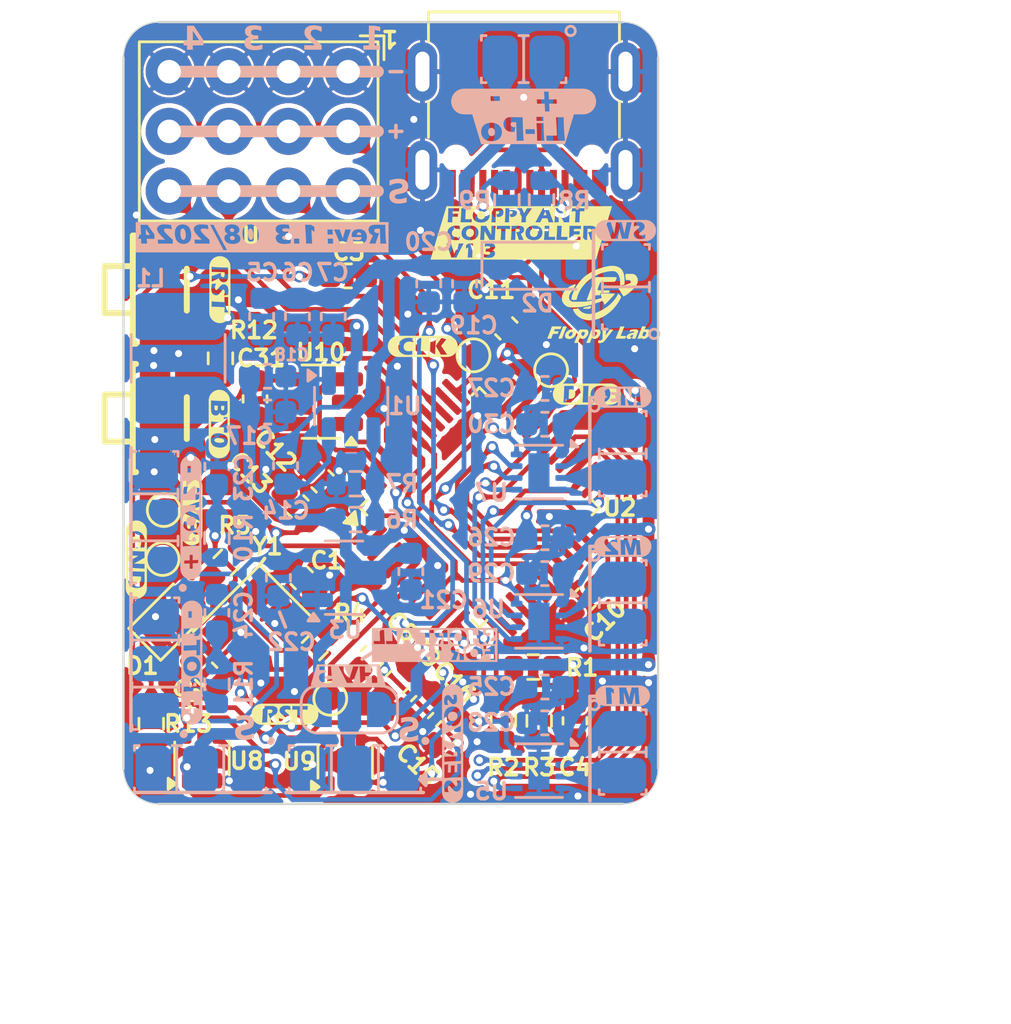
<source format=kicad_pcb>
(kicad_pcb (version 20240108) (generator "pcbnew") (generator_version "8.0")
  (title_block (title "Ant Robot control board") (date "2024-06-27") (rev "1.1"))
  (layers (0 "F.Cu" signal) (31 "B.Cu" signal) (34 "B.Paste" user) (35 "F.Paste" user) (36 "B.SilkS" user "B.Silkscreen") (37 "F.SilkS" user "F.Silkscreen") (38 "B.Mask" user) (39 "F.Mask" user) (44 "Edge.Cuts" user))
  (net 0 "")
  (net 1 "/OSC_IN")
  (net 2 "GND")
  (net 3 "Net-(C2-Pad1)")
  (net 4 "/RESET")
  (net 5 "/VBAT")
  (net 6 "+BATT")
  (net 7 "+3V3")
  (net 8 "Net-(U1-VBST)")
  (net 9 "+5V")
  (net 10 "/ADC2")
  (net 11 "/ADC1")
  (net 12 "Net-(D1-A)")
  (net 13 "/VUSB")
  (net 21 "/BAT_2_SW")
  (net 22 "/CC2")
  (net 23 "Net-(J5-Pin_2)")
  (net 24 "Net-(J6-Pin_2)")
  (net 25 "/SERVO_2_SIG")
  (net 26 "/SERVO_1_SIG")
  (net 27 "Net-(J8-Pin_2)")
  (net 28 "/CC1")
  (net 29 "/M1+")
  (net 30 "/M1-")
  (net 31 "/M2-")
  (net 32 "/M2+")
  (net 33 "/M3-")
  (net 34 "/M3+")
  (net 35 "/SW")
  (net 36 "/OSC_OUT")
  (net 37 "Net-(U2-PC15)")
  (net 38 "/VBAT_DIV")
  (net 39 "/BOOT0")
  (net 40 "Net-(U2-PA13)")
  (net 41 "Net-(U2-PA14)")
  (net 42 "/~{M1_SLEEP}")
  (net 43 "/CH2")
  (net 44 "/M1_PWM")
  (net 45 "/M3_DIR")
  (net 46 "/M1_DIR")
  (net 47 "/CH4")
  (net 48 "/~{M2_SLEEP}")
  (net 49 "/M3_PWM")
  (net 53 "/CH3")
  (net 54 "/M2_PWM")
  (net 55 "/I2C1_SDA")
  (net 57 "/~{M3_SLEEP}")
  (net 58 "/I2C1_SCL")
  (net 60 "/M2_DIR")
  (net 61 "/CH1_PPM")
  (net 62 "/VFB")
  (net 63 "/USB_D-")
  (net 64 "/USB_D+")
  (net 65 "/SERVO_2_SIG_5V")
  (net 66 "/SERVO_1_SIG_5V")
  (footprint "Crystal:Crystal_SMD_3225-4Pin_3.2x2.5mm" (layer "F.Cu") (at 142.7988 93.9292 -135)
    (property "Reference" "Y1")
    (property "Value" "TAXM8M4RLBDDT2T")
  )
  (footprint "Resistor_SMD:R_0603_1608Metric" (layer "F.Cu") (at 141.3764 82.55 90)
    (property "Reference" "R12")
    (property "Value" "5.1k")
  )
  (footprint "Resistor_SMD:R_0603_1608Metric" (layer "F.Cu") (at 154.94 97.9678 -90)
    (property "Reference" "R3")
    (property "Value" "10k")
  )
  (footprint "Capacitor_SMD:C_0603_1608Metric" (layer "F.Cu") (at 148.8948 96.3168 -135)
    (property "Reference" "C9")
    (property "Value" "100n")
  )
  (footprint "Resistor_SMD:R_0603_1608Metric" (layer "F.Cu") (at 153.416 97.9678 -90)
    (property "Reference" "R2")
    (property "Value" "5.1k")
  )
  (footprint "Capacitor_SMD:C_0603_1608Metric" (layer "F.Cu") (at 156.464 97.9678 -90)
    (property "Reference" "C4")
    (property "Value" "4.7u")
  )
  (footprint "Capacitor_SMD:C_0603_1608Metric" (layer "F.Cu") (at 147.828 95.25 -135)
    (property "Reference" "C8")
    (property "Value" "4.7u")
  )
  (footprint "Capacitor_SMD:C_0603_1608Metric" (layer "F.Cu") (at 144.653 88.8492 135)
    (property "Reference" "C13")
    (property "Value" "100n")
  )
  (footprint "kibuzzard-667D9F0F" (layer "F.Cu") (at 156.972 84.074)
    (property "Reference" "kibuzzard-667D9F0F" (hide yes))
    (property "Value" "G***" (hide yes))
  )
  (footprint "LOGO" (layer "F.Cu") (at 157.607 80.263293)
    (property "Reference" "G***" (hide yes))
    (property "Value" "LOGO" (hide yes))
  )
  (footprint "TestPoint:TestPoint_Pad_D1.0mm" (layer "F.Cu") (at 138.9634 89.0016)
    (property "Reference" "TP4" (hide yes))
    (property "Value" "3V3")
  )
  (footprint "Package_TO_SOT_SMD:SOT-363_SC-70-6" (layer "F.Cu") (at 140.589 99.568 90)
    (property "Reference" "U8")
    (property "Value" "74LVC1T45DW-7")
  )
  (footprint "TestPoint:TestPoint_Pad_D1.0mm" (layer "F.Cu") (at 138.9126 91.0844)
    (property "Reference" "TP5" (hide yes))
    (property "Value" "GND")
  )
  (footprint "Capacitor_SMD:C_0603_1608Metric" (layer "F.Cu") (at 144.8308 91.8972 -45)
    (property "Reference" "C1")
    (property "Value" "20p")
  )
  (footprint "_My_modules:FS2A 4CH reciever" (layer "F.Cu") (at 146.812 70.358 180)
    (property "Reference" "U4")
    (property "Value" "FS2A 4CH reciever")
  )
  (footprint "Capacitor_SMD:C_0603_1608Metric" (layer "F.Cu") (at 145.7198 87.7824 135)
    (property "Reference" "C12")
    (property "Value" "100n")
  )
  (footprint "Resistor_SMD:R_0603_1608Metric" (layer "F.Cu") (at 138.43 98.0948 90)
    (property "Reference" "R13")
    (property "Value" "5.1k")
  )
  (footprint "Resistor_SMD:R_0603_1608Metric" (layer "F.Cu") (at 145.3896 94.8436 45)
    (property "Reference" "R4")
    (property "Value" "1k")
  )
  (footprint "TestPoint:TestPoint_Pad_D1.0mm" (layer "F.Cu") (at 155.448 83.058)
    (property "Reference" "TP2" (hide yes))
    (property "Value" "SWDIO")
  )
  (footprint "kibuzzard-667D9F56" (layer "F.Cu") (at 144.1196 97.6884)
    (property "Reference" "kibuzzard-667D9F56" (hide yes))
    (property "Value" "G***" (hide yes))
  )
  (footprint "Capacitor_SMD:C_0603_1608Metric" (layer "F.Cu") (at 140.7668 95.9612 135)
    (property "Reference" "C2")
    (property "Value" "20p")
  )
  (footprint "Resistor_SMD:R_0603_1608Metric" (layer "F.Cu") (at 154.686 95.6818 180)
    (property "Reference" "R1")
    (property "Value" "10k")
  )
  (footprint "Capacitor_SMD:C_0603_1608Metric" (layer "F.Cu") (at 149.9616 97.3836 -135)
    (property "Reference" "C16")
    (property "Value" "100n")
  )
  (footprint "Capacitor_SMD:C_0603_1608Metric" (layer "F.Cu") (at 151.0284 98.4504 -135)
    (property "Reference" "C15")
    (property "Value" "4.7u")
  )
  (footprint "kibuzzard-667D9F19" (layer "F.Cu") (at 141.351 79.629 -90)
    (property "Reference" "kibuzzard-667D9F19" (hide yes))
    (property "Value" "G***" (hide yes))
  )
  (footprint "_MIA footprint:SW-SMD_TS24CA SMD BUTTO 90deg" (layer "F.Cu") (at 139.319 85.09 90)
    (property "Reference" "SW1" (hide yes))
    (property "Value" "BOOT")
  )
  (footprint "Capacitor_SMD:C_0603_1608Metric" (layer "F.Cu") (at 142.8496 84.2772 -90)
    (property "Reference" "C31")
    (property "Value" "100n")
  )
  (footprint "kibuzzard-667D9F2A" (layer "F.Cu") (at 137.795 91.1098 -90)
    (property "Reference" "kibuzzard-667D9F2A" (hide yes))
    (property "Value" "G***" (hide yes))
  )
  (footprint "Capacitor_SMD:C_0603_1608Metric" (layer "F.Cu") (at 156.8704 92.8116 -135)
    (property "Reference" "C10")
    (property "Value" "100n")
  )
  (footprint "_MIA footprint:SW-SMD_TS24CA SMD BUTTO 90deg" (layer "F.Cu") (at 139.319 79.629 90)
    (property "Reference" "SW2" (hide yes))
    (property "Value" "RESET")
  )
  (footprint "Resistor_SMD:R_0603_1608Metric" (layer "F.Cu") (at 141.6304 91.2368 45)
    (property "Reference" "R5")
    (property "Value" "5.1k")
  )
  (footprint "Capacitor_SMD:C_0603_1608Metric" (layer "F.Cu") (at 153.543 81.28 135)
    (property "Reference" "C11")
    (property "Value" "100n")
  )
  (footprint "kibuzzard-667D9F03" (layer "F.Cu") (at 149.987 82.042)
    (property "Reference" "kibuzzard-667D9F03" (hide yes))
    (property "Value" "G***" (hide yes))
  )
  (footprint "TestPoint:TestPoint_Pad_D1.0mm" (layer "F.Cu") (at 152.146 82.423)
    (property "Reference" "TP3" (hide yes))
    (property "Value" "SWCLK")
  )
  (footprint "Package_TO_SOT_SMD:SOT-363_SC-70-6" (layer "F.Cu") (at 146.685 99.695 90)
    (property "Reference" "U9")
    (property "Value" "74LVC1T45DW-7")
  )
  (footprint "TestPoint:TestPoint_Pad_D1.0mm" (layer "F.Cu") (at 146.05 97.028)
    (property "Reference" "TP1" (hide yes))
    (property "Value" "RST")
  )
  (footprint "Capacitor_SMD:C_0603_1608Metric" (layer "F.Cu") (at 146.812 79.0448)
    (property "Reference" "C3")
    (property "Value" "100n")
  )
  (footprint "Package_QFP:LQFP-48_7x7mm_P0.5mm" (layer "F.Cu") (at 152.4 88.9 45)
    (property "Reference" "U2")
    (property "Value" "STM32F070CBTx")
  )
  (footprint "Package_TO_SOT_SMD:SOT-23-5" (layer "F.Cu") (at 145.6436 84.3929 180)
    (property "Reference" "U10")
    (property "Value" "AT24C02C")
  )
  (footprint "kibuzzard-669B8C44" (layer "F.Cu") (at 141.3256 85.344 -90)
    (property "Reference" "kibuzzard-669B8C44" (hide yes))
    (property "Value" "G***" (hide yes))
  )
  (footprint "_MIA footprint:USB_C_304A-ACP16X" (layer "F.Cu") (at 154.293 70.3555 180)
    (property "Reference" "J4" (hide yes))
    (property "Value" "USB-C_304A-ACP16X")
  )
  (footprint "LED_SMD:LED_0805_2012Metric" (layer "F.Cu") (at 139.3444 93.5228 45)
    (property "Reference" "D1")
    (property "Value" "STATUS")
  )
  (footprint "kibuzzard-669B8939" (layer "F.Cu") (at 154.177293 77.215293)
    (property "Reference" "kibuzzard-669B8939" (hide yes))
    (property "Value" "G***" (hide yes))
  )
  (footprint "kibuzzard-667D9F22" (layer "F.Cu") (at 140.1572 89.027 -90)
    (property "Reference" "kibuzzard-667D9F22" (hide yes))
    (property "Value" "G***" (hide yes))
  )
  (footprint "kibuzzard-66A6444D" (layer "B.Cu") (at 154.2542 72.7964 180)
    (property "Reference" "kibuzzard-66A6444D" (hide yes))
    (property "Value" "G***" (hide yes))
  )
  (footprint "_MY_connectors:Pad 02x01" (layer "B.Cu") (at 158.496 85.6045 180)
    (property "Reference" "J11" (hide yes))
    (property "Value" "M3")
  )
  (footprint "Capacitor_SMD:C_0603_1608Metric" (layer "B.Cu") (at 143.383 83.312)
    (property "Reference" "C18")
    (property "Value" "22u")
  )
  (footprint "Capacitor_SMD:C_0603_1608Metric" (layer "B.Cu") (at 149.479 91.6178 -90)
    (property "Reference" "C21")
    (property "Value" "100n")
  )
  (footprint "kibuzzard-667D9FAD" (layer "B.Cu") (at 158.496 90.551 180)
    (property "Reference" "kibuzzard-667D9FAD" (hide yes))
    (property "Value" "G***" (hide yes))
  )
  (footprint "_My_inductors:XRCD43-3R3M" (layer "B.Cu") (at 139.573 82.55 -90)
    (property "Reference" "L1")
    (property "Value" "4.7uH")
  )
  (footprint "kibuzzard-66A643AC" (layer "B.Cu") (at 154.2796 71.628)
    (property "Reference" "kibuzzard-66A643AC" (hide yes))
    (property "Value" "G***" (hide yes))
  )
  (footprint "Jumper:SolderJumper-3_P1.3mm_Open_RoundedPad1.0x1.5mm_NumberLabels" (layer "B.Cu") (at 146.8628 97.4852 180)
    (property "Reference" "JP1" (hide yes))
    (property "Value" "SERVO2 PW")
  )
  (footprint "Capacitor_SMD:C_0603_1608Metric" (layer "B.Cu") (at 143.843 91.882 -90)
    (property "Reference" "C22")
    (property "Value" "22u")
  )
  (footprint "Resistor_SMD:R_0603_1608Metric" (layer "B.Cu") (at 155.0416 75.819 -90)
    (property "Reference" "R8")
    (property "Value" "5.1k")
  )
  (footprint "_MY_connectors:Pad 03x01" (layer "B.Cu") (at 149.098 100.022096 90)
    (property "Reference" "J8" (hide yes))
    (property "Value" "servo 1 (HV)")
  )
  (footprint "Package_TO_SOT_SMD:SOT-23-3" (layer "B.Cu") (at 146.637 91.882)
    (property "Reference" "U3")
    (property "Value" "H7233-1")
  )
  (footprint "_MY_connectors:Pad 02x01" (layer "B.Cu") (at 158.496 91.948 180)
    (property "Reference" "J10" (hide yes))
    (property "Value" "M2")
  )
  (footprint "Capacitor_SMD:C_0603_1608Metric" (layer "B.Cu") (at 150.241 79.375 -90)
    (property "Reference" "C20")
    (property "Value" "100n")
  )
  (footprint "kibuzzard-667D9F97" (layer "B.Cu") (at 150.495 94.742 180)
    (property "Reference" "kibuzzard-667D9F97" (hide yes))
    (property "Value" "G***" (hide yes))
  )
  (footprint "Package_SON:WSON-8-1EP_2x2mm_P0.5mm_EP0.9x1.6mm" (layer "B.Cu") (at 154.9305 87.3875 180)
    (property "Reference" "U7")
    (property "Value" "DRV8838")
  )
  (footprint "Capacitor_SMD:C_0603_1608Metric" (layer "B.Cu") (at 146.177 80.772 -90)
    (property "Reference" "C7")
    (property "Value" "100n")
  )
  (footprint "Resistor_SMD:R_0603_1608Metric" (layer "B.Cu") (at 147.13 87.884 180)
    (property "Reference" "R7")
    (property "Value" "10k")
  )
  (footprint "Resistor_SMD:R_0603_1608Metric" (layer "B.Cu") (at 141.224 96.4184 90)
    (property "Reference" "R11")
    (property "Value" "5.1k")
  )
  (footprint "_MY_connectors:Pad 03x01" (layer "B.Cu") (at 138.610905 97.536)
    (property "Reference" "J6" (hide yes))
    (property "Value" "custom analog 1")
  )
  (footprint "kibuzzard-66AE2B42" (layer "B.Cu") (at 143.15 77.4 180)
    (property "Reference" "kibuzzard-66AE2B42" (hide yes))
    (property "Value" "G***" (hide yes))
  )
  (footprint "Capacitor_SMD:C_0603_1608Metric" (layer "B.Cu") (at 151.765 79.375 -90)
    (property "Reference" "C19")
    (property "Value" "4.7u")
  )
  (footprint "_MY_connectors:Pad 03x01" (layer "B.Cu") (at 142.515905 100.022096 90)
    (property "Reference" "J7" (hide yes))
    (property "Value" "servo 2")
  )
  (footprint "kibuzzard-667D9FB5" (layer "B.Cu") (at 158.496 84.201 180)
    (property "Reference" "kibuzzard-667D9FB5" (hide yes))
    (property "Value" "G***" (hide yes))
  )
  (footprint "_MY_connectors:Pad 02x01" (layer "B.Cu") (at 158.6325 80.5115)
    (property "Reference" "J2" (hide yes))
    (property "Value" "2s Battery")
  )
  (footprint "Capacitor_SMD:C_0603_1608Metric" (layer "B.Cu") (at 141.224 87.1474 -90)
    (property "Reference" "C23")
    (property "Value" "4.7u")
  )
  (footprint "Capacitor_SMD:C_0603_1608Metric" (layer "B.Cu") (at 143.383 84.836)
    (property "Reference" "C17")
    (property "Value" "22u")
  )
  (footprint "kibuzzard-667D9F91" (layer "B.Cu") (at 146.812 96.012 180)
    (property "Reference" "kibuzzard-667D9F91" (hide yes))
    (property "Value" "G***" (hide yes))
  )
  (footprint "Capacitor_SMD:C_0603_1608Metric" (layer "B.Cu") (at 155.1845 98.0555 180)
    (property "Reference" "C28")
    (property "Value" "100n")
  )
  (footprint "Capacitor_SMD:C_0603_1608Metric" (layer "B.Cu") (at 155.1845 90.1815)
    (property "Reference" "C26")
    (property "Value" "100n")
  )
  (footprint "Capacitor_SMD:C_0603_1608Metric" (layer "B.Cu") (at 141.224 93.3704 -90)
    (property "Reference" "C24")
    (property "Value" "4.7u")
  )
  (footprint "kibuzzard-667D9F8D" (layer "B.Cu") (at 140.16001 95.491195 90)
    (property "Reference" "kibuzzard-667D9F8D" (hide yes))
    (property "Value" "G***" (hide yes))
  )
  (footprint "kibuzzard-667D9F7E" (layer "B.Cu") (at 158.623 77.1144 180)
    (property "Reference" "kibuzzard-667D9F7E" (hide yes))
    (property "Value" "G***" (hide yes))
  )
  (footprint "Capacitor_SMD:C_0603_1608Metric" (layer "B.Cu") (at 155.1845 83.8315)
    (property "Reference" "C27")
    (property "Value" "100n")
  )
  (footprint "kibuzzard-667D9FA0" (layer "B.Cu") (at 151.257 98.933 90)
    (property "Reference" "kibuzzard-667D9FA0" (hide yes))
    (property "Value" "G***" (hide yes))
  )
  (footprint "Package_TO_SOT_SMD:SOT-23-6" (layer "B.Cu") (at 146.939 84.582 -90)
    (property "Reference" "U1")
    (property "Value" "TPS563200")
  )
  (footprint "_MY_connectors:Pad 02x01" (layer "B.Cu") (at 154.2796 69.8246 90)
    (property "Reference" "J1" (hide yes))
    (property "Value" "B_SW")
  )
  (footprint "Capacitor_SMD:C_0603_1608Metric" (layer "B.Cu") (at 144.145 87.122 90)
    (property "Reference" "C14")
    (property "Value" "100n")
  )
  (footprint "Resistor_SMD:R_0603_1608Metric" (layer "B.Cu") (at 147.13 89.408)
    (property "Reference" "R6")
    (property "Value" "54.9k")
  )
  (footprint "_MY_connectors:Pad 03x01" (layer "B.Cu") (at 138.570905 91.313)
    (property "Reference" "J5" (hide yes))
    (property "Value" "custom analog 2")
  )
  (footprint "Capacitor_SMD:C_0603_1608Metric" (layer "B.Cu") (at 155.1845 96.5315)
    (property "Reference" "C25")
    (property "Value" "100n")
  )
  (footprint "Package_SON:WSON-8-1EP_2x2mm_P0.5mm_EP0.9x1.6mm" (layer "B.Cu") (at 154.9305 100.0875 180)
    (property "Reference" "U5")
    (property "Value" "DRV8838")
  )
  (footprint "Resistor_SMD:R_0603_1608Metric" (layer "B.Cu") (at 141.224 90.1954 90)
    (property "Reference" "R10")
    (property "Value" "5.1k")
  )
  (footprint "Capacitor_SMD:C_0603_1608Metric" (layer "B.Cu") (at 155.1845 85.3555 180)
    (property "Reference" "C30")
    (property "Value" "100n")
  )
  (footprint "_MY_connectors:Pad 02x01" (layer "B.Cu") (at 158.496 98.298 180)
    (property "Reference" "J9" (hide yes))
    (property "Value" "M1")
  )
  (footprint "Capacitor_SMD:C_0603_1608Metric" (layer "B.Cu") (at 143.129 80.772 -90)
    (property "Reference" "C5")
    (property "Value" "22u")
  )
  (footprint "kibuzzard-667D9F87" (layer "B.Cu") (at 140.120297 89.315742 90)
    (property "Reference" "kibuzzard-667D9F87" (hide yes))
    (property "Value" "G***" (hide yes))
  )
  (footprint "Capacitor_SMD:C_0603_1608Metric" (layer "B.Cu") (at 144.653 80.772 -90)
    (property "Reference" "C6")
    (property "Value" "22u")
  )
  (footprint "kibuzzard-667D9FA9" (layer "B.Cu") (at 158.496 96.901 180)
    (property "Reference" "kibuzzard-667D9FA9" (hide yes))
    (property "Value" "G***" (hide yes))
  )
  (footprint "Resistor_SMD:R_0603_1608Metric" (layer "B.Cu") (at 153.5684 75.819 -90)
    (property "Reference" "R9")
    (property "Value" "5.1k")
  )
  (footprint "Capacitor_SMD:C_0603_1608Metric" (layer "B.Cu") (at 155.1845 91.7055 180)
    (property "Reference" "C29")
    (property "Value" "100n")
  )
  (footprint "Package_SON:WSON-8-1EP_2x2mm_P0.5mm_EP0.9x1.6mm" (layer "B.Cu") (at 154.9305 93.7375 180)
    (property "Reference" "U6")
    (property "Value" "DRV8838")
  )
  (footprint "Diode_SMD:D_SOD-123" (layer "B.Cu") (at 154.8638 78.613)
    (property "Reference" "D2")
    (property "Value" "SD103AW")
  )
  (gr_line (start 148.843293 72.643293) (end 148.843293 73.151293) (stroke (width 0.15)) (layer "B.SilkS"))
  (gr_line (start 143.5354 101.0158) (end 137.6934 101.0158) (stroke (width 0.15)) (layer "B.SilkS"))
  (gr_line (start 150.114 100.711) (end 149.86 100.457) (stroke (width 0.15)) (layer "B.SilkS"))
  (gr_line (start 144.145 93.98) (end 143.891 93.345) (stroke (width 0.15)) (layer "B.SilkS"))
  (gr_line (start 149.097293 70.357293) (end 148.589293 70.357293) (stroke (width 0.15)) (layer "B.SilkS"))
  (gr_line (start 157.2514 77.4954) (end 157.2514 77.1144) (stroke (width 0.15)) (layer "B.SilkS"))
  (gr_line (start 148.081293 72.897293) (end 146.811293 72.897293) (stroke (width 0.5)) (layer "B.SilkS"))
  (gr_line (start 157.664084 77.1144) (end 157.2514 77.1144) (stroke (width 0.15)) (layer "B.SilkS"))
  (gr_line (start 150.0124 101.0158) (end 144.1704 101.0158) (stroke (width 0.15)) (layer "B.SilkS"))
  (gr_line (start 150.876 100.457) (end 149.86 100.457) (stroke (width 0.15)) (layer "B.SilkS"))
  (gr_line (start 157.099 90.932) (end 157.099 94.996) (stroke (width 0.15)) (layer "B.SilkS"))
  (gr_line (start 137.5664 92.5576) (end 137.5664 98.3996) (stroke (width 0.15)) (layer "B.SilkS"))
  (gr_line (start 149.86 100.457) (end 150.114 100.203) (stroke (width 0.15)) (layer "B.SilkS"))
  (gr_line (start 157.2514 77.4954) (end 157.2514 81.5594) (stroke (width 0.15)) (layer "B.SilkS"))
  (gr_line (start 157.099 90.932) (end 157.099 90.551) (stroke (width 0.15)) (layer "B.SilkS"))
  (gr_line (start 148.146164 94.869) (end 147.40796 95.344031) (stroke (width 0.15)) (layer "B.SilkS"))
  (gr_line (start 150.114 100.203) (end 150.114 100.711) (stroke (width 0.15)) (layer "B.SilkS"))
  (gr_line (start 137.5664 86.36) (end 137.5664 92.202) (stroke (width 0.15)) (layer "B.SilkS"))
  (gr_line (start 146.811293 75.437293) (end 139.191293 75.437293) (stroke (width 0.5)) (layer "B.SilkS"))
  (gr_line (start 146.811293 70.357293) (end 139.191293 70.357293) (stroke (width 0.5)) (layer "B.SilkS"))
  (gr_line (start 146.811293 72.897293) (end 139.191293 72.897293) (stroke (width 0.5)) (layer "B.SilkS"))
  (gr_line (start 149.097293 72.897293) (end 148.589293 72.897293) (stroke (width 0.15)) (layer "B.SilkS"))
  (gr_line (start 157.508684 84.2235) (end 157.096 84.2235) (stroke (width 0.15)) (layer "B.SilkS"))
  (gr_line (start 157.099 97.3074) (end 157.099 101.3714) (stroke (width 0.15)) (layer "B.SilkS"))
  (gr_line (start 157.511684 90.551) (end 157.099 90.551) (stroke (width 0.15)) (layer "B.SilkS"))
  (gr_line (start 157.096 84.6045) (end 157.096 84.2235) (stroke (width 0.15)) (layer "B.SilkS"))
  (gr_line (start 157.511684 96.9264) (end 157.099 96.9264) (stroke (width 0.15)) (layer "B.SilkS"))
  (gr_line (start 148.081293 70.357293) (end 146.557293 70.357293) (stroke (width 0.5)) (layer "B.SilkS"))
  (gr_line (start 157.096 84.6045) (end 157.096 88.6685) (stroke (width 0.15)) (layer "B.SilkS"))
  (gr_line (start 157.099 97.3074) (end 157.099 96.9264) (stroke (width 0.15)) (layer "B.SilkS"))
  (gr_line (start 148.081293 75.437293) (end 146.811293 75.437293) (stroke (width 0.5)) (layer "B.SilkS"))
  (gr_line (start 143.256 91.059) (end 143.046287 91.34826) (stroke (width 0.15)) (layer "F.SilkS"))
  (gr_arc (start 137.25 69.75) (mid 137.68934 68.68934) (end 138.75 68.25) (stroke (width 0.05)) (layer "Edge.Cuts"))
  (gr_line (start 138.75 68.25) (end 158.5 68.25) (stroke (width 0.1)) (layer "Edge.Cuts"))
  (gr_arc (start 138.75 101.5) (mid 137.68934 101.06066) (end 137.25 100) (stroke (width 0.05)) (layer "Edge.Cuts"))
  (gr_line (start 160 69.75) (end 160 100) (stroke (width 0.1)) (layer "Edge.Cuts"))
  (gr_arc (start 158.5 68.25) (mid 159.56066 68.68934) (end 160 69.75) (stroke (width 0.05)) (layer "Edge.Cuts"))
  (gr_line (start 137.25 100) (end 137.25 69.75) (stroke (width 0.1)) (layer "Edge.Cuts"))
  (gr_line (start 158.5 101.5) (end 138.75 101.5) (stroke (width 0.1)) (layer "Edge.Cuts"))
  (gr_arc (start 160 100) (mid 159.56066 101.06066) (end 158.5 101.5) (stroke (width 0.05)) (layer "Edge.Cuts"))
  (gr_text "4\n" (at 140.715293 69.595293 0) (layer "B.SilkS") (effects (font (size 1 1) (thickness 0.15) (bold yes)) (justify left bottom mirror)))
  (gr_text "1" (at 148.335293 69.595293 0) (layer "B.SilkS") (effects (font (size 1 1) (thickness 0.15) (bold yes)) (justify left bottom mirror)))
  (gr_text "2" (at 145.795293 69.595293 0) (layer "B.SilkS") (effects (font (size 1 1) (thickness 0.15) (bold yes)) (justify left bottom mirror)))
  (gr_text "S" (at 149.9 99.0092 0) (layer "B.SilkS") (effects (font (size 1 1) (thickness 0.15) (bold yes)) (justify left bottom mirror)))
  (gr_text "S" (at 148.461864 74.760156 180) (layer "B.SilkS") (effects (font (size 1 1) (thickness 0.15) (bold yes)) (justify left bottom mirror)))
  (gr_text "3\n" (at 143.255293 69.595293 0) (layer "B.SilkS") (effects (font (size 1 1) (thickness 0.15) (bold yes)) (justify left bottom mirror)))
  (gr_text "S" (at 142.9 98.933287 0) (layer "B.SilkS") (effects (font (size 1 1) (thickness 0.15) (bold yes)) (justify left bottom mirror)))
  (segment (start 148.926338 91.313002) (end 148.43193 91.80741) (width 0.2) (layer "F.Cu") (net 1))
  (segment (start 146.2024 90.932) (end 144.699984 90.932) (width 0.2) (layer "F.Cu") (net 1))
  (segment (start 144.699984 90.932) (end 144.282792 91.349192) (width 0.2) (layer "F.Cu") (net 1))
  (segment (start 147.07781 91.80741) (end 146.2024 90.932) (width 0.2) (layer "F.Cu") (net 1))
  (segment (start 144.176727 91.349192) (end 142.975577 92.550342) (width 0.2) (layer "F.Cu") (net 1))
  (segment (start 144.282792 91.349192) (end 144.176727 91.349192) (width 0.2) (layer "F.Cu") (net 1))
  (segment (start 148.43193 91.80741) (end 147.07781 91.80741) (width 0.2) (layer "F.Cu") (net 1))
  (segment (start 146.685 100.645) (end 146.685 99.822) (width 0.2) (layer "F.Cu") (net 2))
  (segment (start 146.685 99.822) (end 146.685 98.745) (width 0.2) (layer "F.Cu") (net 2))
  (segment (start 140.515 81.725) (end 140.094 81.304) (width 0.5) (layer "F.Cu") (net 2))
  (segment (start 145.298096 99.822) (end 146.685 99.822) (width 0.2) (layer "F.Cu") (net 2))
  (segment (start 152.3404 84.9718) (end 152.3238 84.9884) (width 0.2) (layer "F.Cu") (net 2))
  (segment (start 153.752342 84.365678) (end 153.14622 84.9718) (width 0.2) (layer "F.Cu") (net 2))
  (segment (start 153.14622 84.9718) (end 152.3404 84.9718) (width 0.2) (layer "F.Cu") (net 2))
  (segment (start 141.3764 81.725) (end 140.515 81.725) (width 0.5) (layer "F.Cu") (net 2))
  (via (at 149.352 80.6704) (size 0.5) (drill 0.3) (layers "F.Cu" "B.Cu") (net 2))
  (via (at 138.544 82.222) (size 0.5) (drill 0.3) (layers "F.Cu" "B.Cu") (net 2))
  (via (at 152.3238 84.9884) (size 0.5) (drill 0.3) (layers "F.Cu" "B.Cu") (net 2))
  (via (at 143.308 87.2744) (size 0.5) (drill 0.3) (layers "F.Cu" "B.Cu") (net 2))
  (via (at 139.594002 82.3468) (size 0.5) (drill 0.3) (layers "F.Cu" "B.Cu") (net 2))
  (via (at 142.243069 94.202087) (size 0.5) (drill 0.3) (layers "F.Cu" "B.Cu") (net 2))
  (via (at 150.622 91.3638) (size 0.5) (drill 0.3) (layers "F.Cu" "B.Cu") (net 2))
  (via (at 142.1384 80.0608) (size 0.5) (drill 0.3) (layers "F.Cu" "B.Cu") (net 2))
  (via (at 138.3792 100.076) (size 0.5) (drill 0.3) (layers "F.Cu" "B.Cu") (net 2))
  (via (at 138.610905 93.536) (size 0.5) (drill 0.3) (layers "F.Cu" "B.Cu") (net 2))
  (via (at 138.557 87.376) (size 0.5) (drill 0.3) (layers "F.Cu" "B.Cu") (net 2))
  (via (at 144.272 77.3684) (size 0.5) (drill 0.3) (layers "F.Cu" "B.Cu") (net 2))
  (via (at 156.845 94.869) (size 0.5) (drill 0.3) (layers "F.Cu" "B.Cu") (net 2))
  (via (at 148.9036 82.888109) (size 0.5) (drill 0.3) (layers "F.Cu" "B.Cu") (net 2))
  (via (at 145.298096 99.822) (size 0.5) (drill 0.3) (layers "F.Cu" "B.Cu") (net 2))
  (via (at 156.591 101.1682) (size 0.5) (drill 0.3) (layers "F.Cu" "B.Cu") (net 2))
  (via (at 155.3718 89.281) (size 0.5) (drill 0.3) (layers "F.Cu" "B.Cu") (net 2))
  (via (at 159.595531 96.346127) (size 0.5) (drill 0.3) (layers "F.Cu" "B.Cu") (net 2))
  (via (at 149.987 98.425) (size 0.5) (drill 0.3) (layers "F.Cu" "B.Cu") (net 2))
  (via (at 138.5824 86.0044) (size 0.5) (drill 0.3) (layers "F.Cu" "B.Cu") (net 2))
  (via (at 155.2448 81.9658) (size 0.5) (drill 0.3) (layers "F.Cu" "B.Cu") (net 2))
  (via (at 152.2984 98.8568) (size 0.5) (drill 0.3) (layers "F.Cu" "B.Cu") (net 2))
  (via (at 154.2796 71.4502) (size 0.5) (drill 0.3) (layers "F.Cu" "B.Cu") (net 2))
  (via (at 152.019 101.092) (size 0.5) (drill 0.3) (layers "F.Cu" "B.Cu") (net 2))
  (via (at 137.795 76.454) (size 0.5) (drill 0.3) (layers "F.Cu" "B.Cu") (net 2))
  (via (at 149.8854 77.1056) (size 0.5) (drill 0.3) (layers "F.Cu" "B.Cu") (net 2))
  (via (at 159.004 82.1436) (size 0.5) (drill 0.3) (layers "F.Cu" "B.Cu") (net 2))
  (via (at 152.654 79.629) (size 0.5) (drill 0.3) (layers "F.Cu" "B.Cu") (net 2))
  (via (at 143.6878 93.8276) (size 0.5) (drill 0.3) (layers "F.Cu" "B.Cu") (net 2))
  (via (at 146.423595 87.333779) (size 0.5) (drill 0.3) (layers "F.Cu" "B.Cu") (net 2))
  (via (at 146.0246 91.7702) (size 0.5) (drill 0.3) (layers "F.Cu" "B.Cu") (net 2))
  (via (at 143.095691 96.359691) (size 0.5) (drill 0.3) (layers "F.Cu" "B.Cu") (net 2))
  (via (at 148.335299 84.68365) (size 0.5) (drill 0.3) (layers "F.Cu" "B.Cu") (net 2))
  (via (at 142.875 89.916) (size 0.5) (drill 0.3) (layers "F.Cu" "B.Cu") (net 2))
  (via (at 157.6324 96.279356) (size 0.5) (drill 0.3) (layers "F.Cu" "B.Cu") (net 2))
  (via (at 144.526 96.7232) (size 0.5) (drill 0.3) (layers "F.Cu" "B.Cu") (net 2))
  (via (at 149.1996 89.8652) (size 0.5) (drill 0.3) (layers "F.Cu" "B.Cu") (net 2))
  (via (at 141.815084 87.113489) (size 0.5) (drill 0.3) (layers "F.Cu" "B.Cu") (net 2))
  (via (at 138.5316 82.8548) (size 0.5) (drill 0.3) (layers "F.Cu" "B.Cu") (net 2))
  (via (at 149.606 72.39) (size 0.5) (drill 0.3) (layers "F.Cu" "B.Cu") (net 2))
  (via (at 151.6888 96.3168) (size 0.5) (drill 0.3) (layers "F.Cu" "B.Cu") (net 2))
  (segment (start 154.4355 91.7055) (end 155.9595 90.1815) (width 0.5) (layer "B.Cu") (net 2))
  (segment (start 154.4355 85.3555) (end 155.9595 83.8315) (width 0.5) (layer "B.Cu") (net 2))
  (segment (start 154.4095 91.7055) (end 154.4355 91.7055) (width 0.5) (layer "B.Cu") (net 2))
  (segment (start 146.812 70.358) (end 144.272 70.358) (width 0.5) (layer "B.Cu") (net 2))
  (segment (start 139.192 70.358) (end 141.732 70.358) (width 0.5) (layer "B.Cu") (net 2))
  (segment (start 154.4095 85.3555) (end 154.4355 85.3555) (width 0.5) (layer "B.Cu") (net 2))
  (segment (start 141.732 70.358) (end 144.272 70.358) (width 0.5) (layer "B.Cu") (net 2))
  (segment (start 154.4355 98.0555) (end 155.9595 96.5315) (width 0.5) (layer "B.Cu") (net 2))
  (segment (start 154.4095 98.0555) (end 154.4355 98.0555) (width 0.5) (layer "B.Cu") (net 2))
  (segment (start 144.806237 95.426963) (end 144.4498 95.7834) (width 0.2) (layer "F.Cu") (net 3))
  (segment (start 141.420873 96.509208) (end 142.622023 95.308058) (width 0.2) (layer "F.Cu") (net 3))
  (segment (start 143.097365 95.7834) (end 142.622023 95.308058) (width 0.2) (layer "F.Cu") (net 3))
  (segment (start 141.314808 96.509208) (end 141.420873 96.509208) (width 0.2) (layer "F.Cu") (net 3))
  (segment (start 144.4498 95.7834) (end 143.097365 95.7834) (width 0.2) (layer "F.Cu") (net 3))
  (segment (start 144.8928 98.1852) (end 146.05 97.028) (width 0.2) (layer "F.Cu") (net 4))
  (segment (start 140.081 79.0702) (end 140.094 79.0572) (width 0.2) (layer "F.Cu") (net 4))
  (segment (start 144.7292 79.0702) (end 146.0116 79.0702) (width 0.2) (layer "F.Cu") (net 4))
  (segment (start 146.05 95.603554) (end 149.633445 92.020109) (width 0.2) (layer "F.Cu") (net 4))
  (segment (start 146.05 97.028) (end 146.05 95.603554) (width 0.2) (layer "F.Cu") (net 4))
  (segment (start 140.3482 97.2698) (end 138.43 97.2698) (width 0.2) (layer "F.Cu") (net 4))
  (segment (start 140.4874 97.409) (end 140.3482 97.2698) (width 0.2) (layer "F.Cu") (net 4))
  (segment (start 140.081 79.0702) (end 138.8618 79.0702) (width 0.2) (layer "F.Cu") (net 4))
  (segment (start 137.637987 95.499387) (end 138.43 96.2914) (width 0.2) (layer "F.Cu") (net 4))
  (segment (start 144.399 98.1852) (end 144.8928 98.1852) (width 0.2) (layer "F.Cu") (net 4))
  (segment (start 142.009818 97.409) (end 140.4874 97.409) (width 0.2) (layer "F.Cu") (net 4))
  (segment (start 137.637987 80.294013) (end 137.637987 95.499387) (width 0.2) (layer "F.Cu") (net 4))
  (segment (start 146.0116 79.0702) (end 146.037 79.0448) (width 0.2) (layer "F.Cu") (net 4))
  (segment (start 138.43 96.2914) (end 138.43 97.2698) (width 0.2) (layer "F.Cu") (net 4))
  (segment (start 140.094 79.0572) (end 140.094 77.954) (width 0.2) (layer "F.Cu") (net 4))
  (segment (start 143.300893 98.700075) (end 142.009818 97.409) (width 0.2) (layer "F.Cu") (net 4))
  (segment (start 138.8618 79.0702) (end 137.637987 80.294013) (width 0.2) (layer "F.Cu") (net 4))
  (via (at 144.7292 79.0702) (size 0.5) (drill 0.3) (layers "F.Cu" "B.Cu") (net 4))
  (via (at 144.399 98.1852) (size 0.5) (drill 0.3) (layers "F.Cu" "B.Cu") (net 4))
  (via (at 140.081 79.0702) (size 0.5) (drill 0.3) (layers "F.Cu" "B.Cu") (net 4))
  (via (at 143.300893 98.700075) (size 0.5) (drill 0.3) (layers "F.Cu" "B.Cu") (net 4))
  (segment (start 140.081 79.0702) (end 144.7292 79.0702) (width 0.2) (layer "B.Cu") (net 4))
  (segment (start 143.815768 98.1852) (end 143.300893 98.700075) (width 0.2) (layer "B.Cu") (net 4))
  (segment (start 144.399 98.1852) (end 143.815768 98.1852) (width 0.2) (layer "B.Cu") (net 4))
  (segment (start 156.464 98.7428) (end 154.99 98.7428) (width 0.2) (layer "F.Cu") (net 5))
  (segment (start 152.691 96.750862) (end 152.691 97.534738) (width 0.2) (layer "F.Cu") (net 5))
  (segment (start 150.694105 93.080769) (end 151.293474 92.4814) (width 0.2) (layer "F.Cu") (net 5))
  (segment (start 154.0896 97.9424) (end 154.94 98.7928) (width 0.2) (layer "F.Cu") (net 5))
  (segment (start 154.99 98.7428) (end 154.94 98.7928) (width 0.2) (layer "F.Cu") (net 5))
  (segment (start 152.691 97.534738) (end 153.098662 97.9424) (width 0.2) (layer "F.Cu") (net 5))
  (segment (start 151.526626 92.4814) (end 153.1112 94.065974) (width 0.2) (layer "F.Cu") (net 5))
  (segment (start 153.098662 97.9424) (end 154.0896 97.9424) (width 0.2) (layer "F.Cu") (net 5))
  (segment (start 151.293474 92.4814) (end 151.526626 92.4814) (width 0.2) (layer "F.Cu") (net 5))
  (segment (start 153.1112 94.065974) (end 153.1112 96.330662) (width 0.2) (layer "F.Cu") (net 5))
  (segment (start 153.1112 96.330662) (end 152.691 96.750862) (width 0.2) (layer "F.Cu") (net 5))
  (segment (start 159.5928 95.579356) (end 159.5928 84.485) (width 0.5) (layer "F.Cu") (net 6))
  (segment (start 155.511 95.6818) (end 156.268364 95.6818) (width 0.2) (layer "F.Cu") (net 6))
  (segment (start 159.5928 84.485) (end 159.0294 83.9216) (width 0.5) (layer "F.Cu") (net 6))
  (segment (start 156.268364 95.6818) (end 156.370808 95.579356) (width 0.2) (layer "F.Cu") (net 6))
  (via (at 159.5928 89.8144) (size 0.6) (drill 0.3) (layers "F.Cu" "B.Cu") (net 6))
  (via (at 159.0294 83.9216) (size 0.6) (drill 0.3) (layers "F.Cu" "B.Cu") (net 6))
  (via (at 156.370808 95.579356) (size 0.6) (drill 0.3) (layers "F.Cu" "B.Cu") (net 6))
  (via (at 159.5928 95.579356) (size 0.6) (drill 0.3) (layers "F.Cu" "B.Cu") (net 6))
  (segment (start 157.0482 83.1596) (end 157.0482 81.5086) (width 0.5) (layer "B.Cu") (net 6))
  (segment (start 158.2674 83.1596) (end 159.0294 83.9216) (width 0.5) (layer "B.Cu") (net 6))
  (segment (start 148.1628 97.4852) (end 149.0472 97.4852) (width 0.5) (layer "B.Cu") (net 6))
  (segment (start 157.226 95.579356) (end 156.370808 95.579356) (width 0.5) (layer "B.Cu") (net 6))
  (segment (start 151.663206 95.579356) (end 156.370808 95.579356) (width 0.5) (layer "B.Cu") (net 6))
  (segment (start 150.241 78.6) (end 151.765 78.6) (width 0.5) (layer "B.Cu") (net 6))
  (segment (start 147.889 82.782001) (end 148.5392 82.131801) (width 0.5) (layer "B.Cu") (net 6))
  (segment (start 156.8595 97.1555) (end 156.8595 95.8741) (width 0.5) (layer "B.Cu") (net 6))
  (segment (start 148.5392 78.6508) (end 148.4884 78.6) (width 0.5) (layer "B.Cu") (net 6))
  (segment (start 157.0482 83.1596) (end 158.2674 83.1596) (width 0.5) (layer "B.Cu") (net 6))
  (segment (start 151.765 74.845883) (end 151.765 78.6) (width 0.5) (layer "B.Cu") (net 6))
  (segment (start 150.424801 95.218599) (end 151.302449 95.218599) (width 0.5) (layer "B.Cu") (net 6))
  (segment (start 148.4884 78.6) (end 150.241 78.6) (width 0.5) (layer "B.Cu") (net 6))
  (segment (start 143.129 79.997) (end 144.653 79.997) (width 0.5) (layer "B.Cu") (net 6))
  (segment (start 155.9595 98.0555) (end 155.9595 99.1835) (width 0.5) (layer "B.Cu") (net 6))
  (segment (start 156.564756 95.579356) (end 156.370808 95.579356) (width 0.5) (layer "B.Cu") (net 6))
  (segment (start 149.0472 97.4852) (end 149.7188 96.8136) (width 0.5) (layer "B.Cu") (net 6))
  (segment (start 147.889 84.14) (end 146.939 85.09) (width 0.5) (layer "B.Cu") (net 6))
  (segment (start 157.0482 84.4042) (end 157.0482 83.1596) (width 0.5) (layer "B.Cu") (net 6))
  (segment (start 155.9595 91.7055) (end 155.9595 92.8335) (width 0.5) (layer "B.Cu") (net 6))
  (segment (start 155.9595 85.3555) (end 156.0969 85.3555) (width 0.5) (layer "B.Cu") (net 6))
  (segment (start 153.2796 69.8246) (end 153.2796 73.331283) (width 0.5) (layer "B.Cu") (net 6))
  (segment (start 149.7188 95.9246) (end 150.424801 95.218599) (width 0.5) (layer "B.Cu") (net 6))
  (segment (start 148.1204 78.6) (end 148.4884 78.6) (width 0.5) (layer "B.Cu") (net 6))
  (segment (start 159.5928 95.579356) (end 157.226 95.579356) (width 0.5) (layer "B.Cu") (net 6))
  (segment (start 153.2138 78.613) (end 151.778 78.613) (width 0.5) (layer "B.Cu") (net 6))
  (segment (start 147.889 83.4445) (end 147.889 82.782001) (width 0.5) (layer "B.Cu") (net 6))
  (segment (start 157.8506 89.8144) (end 155.9595 91.7055) (width 0.5) (layer "B.Cu") (net 6))
  (segment (start 159.5928 89.8144) (end 157.8506 89.8144) (width 0.5) (layer "B.Cu") (net 6))
  (segment (start 155.9595 99.1835) (end 155.8805 99.2625) (width 0.5) (layer "B.Cu") (net 6))
  (segment (start 153.2796 73.331283) (end 151.765 74.845883) (width 0.5) (layer "B.Cu") (net 6))
  (segment (start 155.9595 98.0555) (end 156.8595 97.1555) (width 0.5) (layer "B.Cu") (net 6))
  (segment (start 147.889 83.4445) (end 147.889 84.14) (width 0.5) (layer "B.Cu") (net 6))
  (segment (start 155.9595 86.4835) (end 155.8805 86.5625) (width 0.5) (layer "B.Cu") (net 6))
  (segment (start 146.7234 79.997) (end 148.1204 78.6) (width 0.5) (layer "B.Cu") (net 6))
  (segment (start 148.5392 82.131801) (end 148.5392 78.6508) (width 0.5) (layer "B.Cu") (net 6))
  (segment (start 151.778 78.613) (end 151.765 78.6) (width 0.5) (layer "B.Cu") (net 6))
  (segment (start 156.8595 95.8741) (end 156.931256 95.8741) (width 0.5) (layer "B.Cu") (net 6))
  (segment (start 154.1526 78.613) (end 153.2138 78.613) (width 0.5) (layer "B.Cu") (net 6))
  (segment (start 156.0969 85.3555) (end 157.0482 84.4042) (width 0.5) (layer "B.Cu") (net 6))
  (segment (start 149.7188 96.8136) (end 149.7188 95.9246) (width 0.5) (layer "B.Cu") (net 6))
  (segment (start 156.8595 95.8741) (end 156.564756 95.579356) (width 0.5) (layer "B.Cu") (net 6))
  (segment (start 146.177 79.997) (end 144.653 79.997) (width 0.5) (layer "B.Cu") (net 6))
  (segment (start 151.302449 95.218599) (end 151.663206 95.579356) (width 0.5) (layer "B.Cu") (net 6))
  (segment (start 156.931256 95.8741) (end 157.226 95.579356) (width 0.5) (layer "B.Cu") (net 6))
  (segment (start 155.9595 92.8335) (end 155.8805 92.9125) (width 0.5) (layer "B.Cu") (net 6))
  (segment (start 146.939 85.09) (end 146.939 85.7195) (width 0.5) (layer "B.Cu") (net 6))
  (segment (start 155.9595 85.3555) (end 155.9595 86.4835) (width 0.5) (layer "B.Cu") (net 6))
  (segment (start 146.177 79.997) (end 146.7234 79.997) (width 0.5) (layer "B.Cu") (net 6))
  (segment (start 157.0482 81.5086) (end 154.1526 78.613) (width 0.5) (layer "B.Cu") (net 6))
  (segment (start 139.939 97.8408) (end 139.939 98.618) (width 0.2) (layer "F.Cu") (net 7))
  (segment (start 147.291936 88.1214) (end 147.095154 88.1214) (width 0.2) (layer "F.Cu") (net 7))
  (segment (start 141.6558 97.8408) (end 143.065075 99.250075) (width 0.2) (layer "F.Cu") (net 7))
  (segment (start 143.7386 89.9756) (end 143.7474 89.9668) (width 0.2) (layer "F.Cu") (net 7))
  (segment (start 153.035 83.648336) (end 153.398788 84.012124) (width 0.2) (layer "F.Cu") (net 7))
  (segment (start 148.209 74.295) (end 148.209 75.692) (width 0.2) (layer "F.Cu") (net 7))
  (segment (start 140.081 88.6714) (end 142.4344 88.6714) (width 0.2) (layer "F.Cu") (net 7))
  (segment (start 149.796143 93.271623) (end 150.340551 92.727215) (width 0.2) (layer "F.Cu") (net 7))
  (segment (start 140.1064 86.7664) (end 140.094 88.6584) (width 0.2) (layer "F.Cu") (net 7))
  (segment (start 151.373766 91.694) (end 151.373766 91.208052) (width 0.2) (layer "F.Cu") (net 7))
  (segment (start 153.583008 82.336008) (end 154.091008 81.828008) (width 0.2) (layer "F.Cu") (net 7))
  (segment (start 149.968 88.284) (end 152.7302 85.5218) (width 0.2) (layer "F.Cu") (net 7))
  (segment (start 144.5061 83.4429) (end 142.9089 83.4429) (width 0.2) (layer "F.Cu") (net 7))
  (segment (start 151.576408 97.902392) (end 150.509608 96.835592) (width 0.2) (layer "F.Cu") (net 7))
  (segment (start 146.894133 87.920379) (end 146.677837 87.920379) (width 0.2) (layer "F.Cu") (net 7))
  (segment (start 151.373766 91.208052) (end 149.411378 89.245664) (width 0.2) (layer "F.Cu") (net 7))
  (segment (start 145.201008 89.397208) (end 146.267808 88.330408) (width 0.2) (layer "F.Cu") (net 7))
  (segment (start 157.861 91.821) (end 157.418408 92.263592) (width 0.2) (layer "F.Cu") (net 7))
  (segment (start 146.677837 87.920379) (end 146.267808 88.330408) (width 0.2) (layer "F.Cu") (net 7))
  (segment (start 151.6744 91.994634) (end 151.373766 91.694) (width 0.2) (layer "F.Cu") (net 7))
  (segment (start 148.165248 89.245664) (end 149.564005 89.245664) (width 0.2) (layer "F.Cu") (net 7))
  (segment (start 147.512124 87.901212) (end 147.291936 88.1214) (width 0.2) (layer "F.Cu") (net 7))
  (segment (start 154.7114 88.6714) (end 156.060488 88.6714) (width 0.2) (layer "F.Cu") (net 7))
  (segment (start 139.4816 98.618) (end 139.1798 98.9198) (width 0.2) (layer "F.Cu") (net 7))
  (segment (start 151.668694 97.994678) (end 151.576408 97.902392) (width 0.2) (layer "F.Cu") (net 7))
  (segment (start 143.7474 89.9668) (end 144.631416 89.9668) (width 0.2) (layer "F.Cu") (net 7))
  (segment (start 142.4344 88.6714) (end 143.7386 89.9756) (width 0.2) (layer "F.Cu") (net 7))
  (segment (start 147.512124 89.898788) (end 148.165248 89.245664) (width 0.2) (layer "F.Cu") (net 7))
  (segment (start 154.4066 88.9762) (end 154.7114 88.6714) (width 0.2) (layer "F.Cu") (net 7))
  (segment (start 149.564005 89.245664) (end 149.968 88.841669) (width 0.2) (layer "F.Cu") (net 7))
  (segment (start 157.861 90.471912) (end 157.861 91.821) (width 0.2) (layer "F.Cu") (net 7))
  (segment (start 148.376008 93.843232) (end 148.947617 93.271623) (width 0.2) (layer "F.Cu") (net 7))
  (segment (start 152.7302 85.5218) (end 152.9842 85.5218) (width 0.2) (layer "F.Cu") (net 7))
  (segment (start 139.939 97.8408) (end 141.6558 97.8408) (width 0.2) (layer "F.Cu") (net 7))
  (segment (start 149.0726 76.5556) (end 150.466662 76.5556) (width 0.2) (layer "F.Cu") (net 7))
  (segment (start 140.094 86.765) (end 140.094 86.2578) (width 0.2) (layer "F.Cu") (net 7))
  (segment (start 150.509608 96.835592) (end 149.442808 95.768792) (width 0.2) (layer "F.Cu") (net 7))
  (segment (start 148.947617 93.271623) (end 149.796143 93.271623) (width 0.2) (layer "F.Cu") (net 7))
  (segment (start 148.376008 94.701992) (end 148.376008 93.843232) (width 0.2) (layer "F.Cu") (net 7))
  (segment (start 146.335536 88.7222) (end 147.512124 89.898788) (width 0.2) (layer "F.Cu") (net 7))
  (segment (start 156.060488 88.6714) (end 157.287876 89.898788) (width 0.2) (layer "F.Cu") (net 7))
  (segment (start 153.583008 82.336008) (end 153.035 82.884016) (width 0.2) (layer "F.Cu") (net 7))
  (segment (start 154.4066 89.24601) (end 154.4066 88.9762) (width 0.2) (layer "F.Cu") (net 7))
  (segment (start 153.035 82.884016) (end 153.035 83.648336) (width 0.2) (layer "F.Cu") (net 7))
  (segment (start 151.373766 91.694) (end 150.340551 92.727215) (width 0.2) (layer "F.Cu") (net 7))
  (segment (start 142.9089 83.4429) (end 142.8496 83.5022) (width 0.2) (layer "F.Cu") (net 7))
  (segment (start 153.50982 91.994634) (end 151.6744 91.994634) (width 0.2) (layer "F.Cu") (net 7))
  (segment (start 154.091008 80.179946) (end 154.091008 81.828008) (width 0.2) (layer "F.Cu") (net 7))
  (segment (start 150.466662 76.5556) (end 154.091008 80.179946) (width 0.2) (layer "F.Cu") (net 7))
  (segment (start 140.094 88.6584) (end 140.081 88.6714) (width 0.2) (layer "F.Cu") (net 7))
  (segment (start 148.209 75.692) (end 149.0726 76.5556) (width 0.2) (layer "F.Cu") (net 7))
  (segment (start 139.939 98.618) (end 139.4816 98.618) (width 0.2) (layer "F.Cu") (net 7))
  (segment (start 138.9634 89.0016) (end 139.2936 88.6714) (width 0.2) (layer "F.Cu") (net 7))
  (segment (start 140.094 86.2578) (end 142.8496 83.5022) (width 0.2) (layer "F.Cu") (net 7))
  (segment (start 145.529925 99.250075) (end 146.035 98.745) (width 0.2) (layer "F.Cu") (net 7))
  (segment (start 148.376008 94.701992) (end 149.442808 95.768792) (width 0.2) (layer "F.Cu") (net 7))
  (segment (start 140.094 86.765) (end 140.1064 86.7664) (width 0.2) (layer "F.Cu") (net 7))
  (segment (start 152.373122 97.994678) (end 151.668694 97.994678) (width 0.2) (layer "F.Cu") (net 7))
  (segment (start 145.201008 89.397208) (end 145.876016 88.7222) (width 0.2) (layer "F.Cu") (net 7))
  (segment (start 143.065075 99.250075) (end 145.529925 99.250075) (width 0.2) (layer "F.Cu") (net 7))
  (segment (start 149.968 88.841669) (end 149.968 88.284) (width 0.2) (layer "F.Cu") (net 7))
  (segment (start 139.1798 98.9198) (end 138.43 98.9198) (width 0.2) (layer "F.Cu") (net 7))
  (segment (start 147.095154 88.1214) (end 146.894133 87.920379) (width 0.2) (layer "F.Cu") (net 7))
  (segment (start 144.631416 89.9668) (end 145.201008 89.397208) (width 0.2) (layer "F.Cu") (net 7))
  (segment (start 139.2936 88.6714) (end 140.081 88.6714) (width 0.2) (layer "F.Cu") (net 7))
  (segment (start 146.812 72.898) (end 148.209 74.295) (width 0.2) (layer "F.Cu") (net 7))
  (segment (start 157.287876 89.898788) (end 157.861 90.471912) (width 0.2) (layer "F.Cu") (net 7))
  (via (at 152.9842 85.5218) (size 0.5) (drill 0.3) (layers "F.Cu" "B.Cu") (net 7))
  (via (at 139.939 97.8408) (size 0.5) (drill 0.3) (layers "F.Cu" "B.Cu") (net 7))
  (via (at 152.373122 97.994678) (size 0.5) (drill 0.3) (layers "F.Cu" "B.Cu") (net 7))
  (via (at 154.4066 89.24601) (size 0.5) (drill 0.3) (layers "F.Cu" "B.Cu") (net 7))
  (via (at 143.7386 89.9756) (size 0.5) (drill 0.3) (layers "F.Cu" "B.Cu") (net 7))
  (via (at 153.50982 91.994634) (size 0.5) (drill 0.3) (layers "F.Cu" "B.Cu") (net 7))
  (via (at 140.1064 86.7664) (size 0.5) (drill 0.3) (layers "F.Cu" "B.Cu") (net 7))
  (via (at 153.583008 82.336008) (size 0.5) (drill 0.3) (layers "F.Cu" "B.Cu") (net 7))
  (segment (start 143.7386 89.9756) (end 143.7386 91.0026) (width 0.2) (layer "B.Cu") (net 7))
  (segment (start 154.4066 89.24601) (end 154.4095 89.24891) (width 0.2) (layer "B.Cu") (net 7))
  (segment (start 153.5938 92.113496) (end 153.9805 92.500196) (width 0.2) (layer "B.Cu") (net 7))
  (segment (start 142.7528 91.107) (end 143.843 91.107) (width 0.2) (layer "B.Cu") (net 7))
  (segment (start 153.335118 85.872718) (end 153.639918 85.872718) (width 0.2) (layer "B.Cu") (net 7))
  (segment (start 153.5938 91.313) (end 153.5938 92.113496) (width 0.2) (layer "B.Cu") (net 7))
  (segment (start 152.373122 97.994678) (end 152.373122 97.958878) (width 0.2) (layer "B.Cu") (net 7))
  (segment (start 154.4225 96.5315) (end 153.545 97.409) (width 0.2) (layer "B.Cu") (net 7))
  (segment (start 152.373122 97.994678) (end 153.543522 97.994678) (width 0.2) (layer "B.Cu") (net 7))
  (segment (start 142.621 93.538618) (end 142.621 92.202) (width 0.2) (layer "B.Cu") (net 7))
  (segment (start 154.4095 83.1625) (end 154.4095 83.8315) (width 0.2) (layer "B.Cu") (net 7))
  (segment (start 142.621 92.202) (end 142.1394 91.7204) (width 0.2) (layer "B.Cu") (net 7))
  (segment (start 139.7508 91.313) (end 140.1582 91.7204) (width 0.2) (layer "B.Cu") (net 7))
  (segment (start 140.0748 97.9766) (end 142.2566 97.9766) (width 0.2) (layer "B.Cu") (net 7))
  (segment (start 153.6446 84.5964) (end 153.6446 85.8774) (width 0.2) (layer "B.Cu") (net 7))
  (segment (start 142.2566 97.9766) (end 143.764 96.4692) (width 0.2) (layer "B.Cu") (net 7))
  (segment (start 139.939 97.8408) (end 140.0748 97.9766) (width 0.2) (layer "B.Cu") (net 7))
  (segment (start 143.764 96.4692) (end 143.764 94.681618) (width 0.2) (layer "B.Cu") (net 7))
  (segment (start 146.812 72.898) (end 144.272 72.898) (width 0.2) (layer "B.Cu") (net 7))
  (segment (start 152.9842 85.5218) (end 153.335118 85.872718) (width 0.2) (layer "B.Cu") (net 7))
  (segment (start 138.570905 91.313) (end 139.7508 91.313) (width 0.2) (layer "B.Cu") (net 7))
  (segment (start 141.732 72.898) (end 144.272 72.898) (width 0.2) (layer "B.Cu") (net 7))
  (segment (start 143.764 94.681618) (end 142.621 93.538618) (width 0.2) (layer "B.Cu") (net 7))
  (segment (start 153.5938 91.313) (end 153.5938 91.910654) (width 0.2) (layer "B.Cu") (net 7))
  (segment (start 140.1582 91.7204) (end 142.1394 91.7204) (width 0.2) (layer "B.Cu") (net 7))
  (segment (start 153.545 97.9932) (end 153.545 98.902) (width 0.2) (layer "B.Cu") (net 7))
  (segment (start 139.6342 97.536) (end 139.939 97.8408) (width 0.2) (layer "B.Cu") (net 7))
  (segment (start 154.4095 89.24891) (end 154.4095 90.1815) (width 0.2) (layer "B.Cu") (net 7))
  (segment (start 154.4225 90.1815) (end 154.4205 90.1815) (width 0.2) (layer "B.Cu") (net 7))
  (segment (start 153.5938 91.910654) (end 153.50982 91.994634) (width 0.2) (layer "B.Cu") (net 7))
  (segment (start 153.545 97.409) (end 153.545 97.9932) (width 0.2) (layer "B.Cu") (net 7))
  (segment (start 142.1394 91.7204) (end 142.7528 91.107) (width 0.2) (layer "B.Cu") (net 7))
  (segment (start 144.018 90.932) (end 143.843 91.107) (width 0.2) (layer "B.Cu") (net 7))
  (segment (start 138.610905 97.536) (end 139.6342 97.536) (width 0.2) (layer "B.Cu") (net 7))
  (segment (start 153.545 98.902) (end 153.9805 99.3375) (width 0.2) (layer "B.Cu") (net 7))
  (segment (start 139.192 72.898) (end 141.732 72.898) (width 0.2) (layer "B.Cu") (net 7))
  (segment (start 153.6446 85.8774) (end 153.9805 86.2133) (width 0.2) (layer "B.Cu") (net 7))
  (segment (start 153.9805 86.2133) (end 153.9805 86.6375) (width 0.2) (layer "B.Cu") (net 7))
  (segment (start 143.7386 91.0026) (end 143.843 91.107) (width 0.2) (layer "B.Cu") (net 7))
  (segment (start 153.583008 82.336008) (end 154.4095 83.1625) (width 0.2) (layer "B.Cu") (net 7))
  (segment (start 153.9805 92.500196) (end 153.9805 92.9875) (width 0.2) (layer "B.Cu") (net 7))
  (segment (start 153.543522 97.994678) (end 153.545 97.9932) (width 0.2) (layer "B.Cu") (net 7))
  (segment (start 153.639918 85.872718) (end 153.6446 85.8774) (width 0.2) (layer "B.Cu") (net 7))
  (segment (start 153.5938 91.0082) (end 153.5938 91.313) (width 0.2) (layer "B.Cu") (net 7))
  (segment (start 154.4095 83.8315) (end 153.6446 84.5964) (width 0.2) (layer "B.Cu") (net 7))
  (segment (start 154.4205 90.1815) (end 153.5938 91.0082) (width 0.2) (layer "B.Cu") (net 7))
  (segment (start 145.4995 90.932) (end 144.018 90.932) (width 0.2) (layer "B.Cu") (net 7))
  (segment (start 145.989 86.929) (end 145.021 87.897) (width 0.2) (layer "B.Cu") (net 8))
  (segment (start 145.989 85.7195) (end 145.989 86.929) (width 0.2) (layer "B.Cu") (net 8))
  (segment (start 145.021 87.897) (end 144.145 87.897) (width 0.2) (layer "B.Cu") (net 8))
  (segment (start 139.939 99.9386) (end 139.939 100.518) (width 0.2) (layer "F.Cu") (net 9))
  (segment (start 140.2588 101.1428) (end 145.5372 101.1428) (width 0.2) (layer "F.Cu") (net 9))
  (segment (start 139.939 100.823) (end 140.2588 101.1428) (width 0.2) (layer "F.Cu") (net 9))
  (segment (start 145.5372 101.1428) (end 146.035 100.645) (width 0.2) (layer "F.Cu") (net 9))
  (segment (start 139.939 100.518) (end 139.939 100.823) (width 0.2) (layer "F.Cu") (net 9))
  (segment (start 139.954 99.9236) (end 139.939 99.9386) (width 0.2) (layer "F.Cu") (net 9))
  (via (at 139.954 99.9236) (size 0.6) (drill 0.3) (layers "F.Cu" "B.Cu") (net 9))
  (segment (start 139.954 99.9236) (end 140.052496 100.022096) (width 0.2) (layer "B.Cu") (net 9))
  (segment (start 148.8137 90.8428) (end 147.7745 91.882) (width 0.5) (layer "B.Cu") (net 9))
  (segment (start 147.7745 91.882) (end 146.7104 90.8179) (width 0.5) (layer "B.Cu") (net 9))
  (segment (start 144.16095 89.408) (end 146.305 89.408) (width 0.5) (layer "B.Cu") (net 9))
  (segment (start 142.484418 98.5266) (end 143.525818 97.4852) (width 0.5) (layer "B.Cu") (net 9))
  (segment (start 146.7104 92.1004) (end 146.7104 93.7768) (width 0.5) (layer "B.Cu") (net 9))
  (segment (start 140.515905 99.006095) (end 140.9954 98.5266) (width 0.5) (layer "B.Cu") (net 9))
  (segment (start 143.525818 97.4852) (end 145.5628 97.4852) (width 0.5) (layer "B.Cu") (net 9))
  (segment (start 149.479 90.8428) (end 148.8137 90.8428) (width 0.5) (layer "B.Cu") (net 9))
  (segment (start 147.7745 91.882) (end 146.9288 91.882) (width 0.5) (layer "B.Cu") (net 9))
  (segment (start 142.608 84.836) (end 140.081 84.836) (width 0.5) (layer "B.Cu") (net 9))
  (segment (start 142.608 84.836) (end 142.608 87.85505) (width 0.5) (layer "B.Cu") (net 9))
  (segment (start 146.7104 90.8179) (end 146.7104 89.8134) (width 0.5) (layer "B.Cu") (net 9))
  (segment (start 146.9288 91.882) (end 146.7104 92.1004) (width 0.5) (layer "B.Cu") (net 9))
  (segment (start 140.081 84.836) (end 139.573 84.328) (width 0.5) (layer "B.Cu") (net 9))
  (segment (start 145.5628 94.9244) (end 145.5628 97.4852) (width 0.5) (layer "B.Cu") (net 9))
  (segment (start 146.7104 93.7768) (end 145.5628 94.9244) (width 0.5) (layer "B.Cu") (net 9))
  (segment (start 146.7104 89.8134) (end 146.305 89.408) (width 0.5) (layer "B.Cu") (net 9))
  (segment (start 142.608 83.312) (end 142.608 84.836) (width 0.5) (layer "B.Cu") (net 9))
  (segment (start 140.9954 98.5266) (end 142.484418 98.5266) (width 0.5) (layer "B.Cu") (net 9))
  (segment (start 140.052496 100.022096) (end 140.515905 100.022096) (width 0.2) (layer "B.Cu") (net 9))
  (segment (start 142.608 87.85505) (end 144.16095 89.408) (width 0.5) (layer "B.Cu") (net 9))
  (segment (start 140.515905 100.022096) (end 140.515905 99.006095) (width 0.5) (layer "B.Cu") (net 9))
  (segment (start 144.236232 94.971662) (end 143.892062 94.971662) (width 0.2) (layer "F.Cu") (net 10))
  (segment (start 141.7066 92.7862) (end 141.7066 92.3036) (width 0.2) (layer "F.Cu") (net 10))
  (segment (start 142.0114 91.6178) (end 141.1478 90.7542) (width 0.2) (layer "F.Cu") (net 10))
  (segment (start 151.7396 94.126264) (end 151.401212 93.787876) (width 0.2) (layer "F.Cu") (net 10))
  (segment (start 146.447094 92.7608) (end 144.236232 94.971662) (width 0.2) (layer "F.Cu") (net 10))
  (segment (start 147.4104 92.7608) (end 146.447094 92.7608) (width 0.2) (layer "F.Cu") (net 10))
  (segment (start 142.0114 91.9988) (end 142.0114 91.6178) (width 0.2) (layer "F.Cu") (net 10))
  (segment (start 151.7396 94.6658) (end 151.7396 94.126264) (width 0.2) (layer "F.Cu") (net 10))
  (segment (start 143.892062 94.971662) (end 141.7066 92.7862) (width 0.2) (layer "F.Cu") (net 10))
  (segment (start 141.1478 90.7542) (end 141.1478 90.0938) (width 0.2) (layer "F.Cu") (net 10))
  (segment (start 141.7066 92.3036) (end 142.0114 91.9988) (width 0.2) (layer "F.Cu") (net 10))
  (via (at 141.1478 90.0938) (size 0.5) (drill 0.3) (layers "F.Cu" "B.Cu") (net 10))
  (via (at 151.7396 94.6658) (size 0.5) (drill 0.3) (layers "F.Cu" "B.Cu") (net 10))
  (via (at 147.4104 92.7608) (size 0.5) (drill 0.3) (layers "F.Cu" "B.Cu") (net 10))
  (segment (start 151.399423 94.325623) (end 151.7396 94.6658) (width 0.2) (layer "B.Cu") (net 10))
  (segment (start 147.4104 92.7608) (end 148.975223 94.325623) (width 0.2) (layer "B.Cu") (net 10))
  (segment (start 141.224 87.9224) (end 141.224 89.3704) (width 0.2) (layer "B.Cu") (net 10))
  (segment (start 148.975223 94.325623) (end 151.399423 94.325623) (width 0.2) (layer "B.Cu") (net 10))
  (segment (start 141.1478 89.4466) (end 141.224 89.3704) (width 0.2) (layer "B.Cu") (net 10))
  (segment (start 141.1478 90.0938) (end 141.1478 89.4466) (width 0.2) (layer "B.Cu") (net 10))
  (segment (start 145.0238 98.6892) (end 145.669 98.044) (width 0.2) (layer "F.Cu") (net 11))
  (segment (start 150.368 94.11398) (end 151.047658 93.434322) (width 0.2) (layer "F.Cu") (net 11))
  (segment (start 148.25319 98.044) (end 148.815295 98.606105) (width 0.2) (layer "F.Cu") (net 11))
  (segment (start 145.669 98.044) (end 148.25319 98.044) (width 0.2) (layer "F.Cu") (net 11))
  (segment (start 148.815295 98.647323) (end 148.815295 98.606105) (width 0.2) (layer "F.Cu") (net 11))
  (segment (start 144.1552 98.6892) (end 145.0238 98.6892) (width 0.2) (layer "F.Cu") (net 11))
  (segment (start 142.24 96.774) (end 144.1552 98.6892) (width 0.2) (layer "F.Cu") (net 11))
  (segment (start 150.368 95.449405) (end 150.368 94.11398) (width 0.2) (layer "F.Cu") (net 11))
  (segment (start 150.837194 95.918599) (end 150.368 95.449405) (width 0.2) (layer "F.Cu") (net 11))
  (via (at 150.837194 95.918599) (size 0.5) (drill 0.3) (layers "F.Cu" "B.Cu") (net 11))
  (via (at 142.24 96.774) (size 0.5) (drill 0.3) (layers "F.Cu" "B.Cu") (net 11))
  (via (at 148.815295 98.606105) (size 0.5) (drill 0.3) (layers "F.Cu" "B.Cu") (net 11))
  (segment (start 141.8214 95.5934) (end 141.224 95.5934) (width 0.2) (layer "B.Cu") (net 11))
  (segment (start 148.815295 98.606105) (end 150.837194 96.584206) (width 0.2) (layer "B.Cu") (net 11))
  (segment (start 142.24 96.012) (end 141.8214 95.5934) (width 0.2) (layer "B.Cu") (net 11))
  (segment (start 150.837194 96.584206) (end 150.837194 95.918599) (width 0.2) (layer "B.Cu") (net 11))
  (segment (start 142.24 96.774) (end 142.24 96.012) (width 0.2) (layer "B.Cu") (net 11))
  (segment (start 141.224 94.1454) (end 141.224 95.5934) (width 0.2) (layer "B.Cu") (net 11))
  (segment (start 141.047037 91.820163) (end 140.007313 92.859887) (width 0.2) (layer "F.Cu") (net 12))
  (segment (start 151.893 74.5734) (end 152.781 73.6854) (width 0.2) (layer "F.Cu") (net 13))
  (segment (start 151.893 75.1105) (end 151.893 74.5734) (width 0.2) (layer "F.Cu") (net 13))
  (segment (start 156.693 74.505751) (end 156.693 75.1105) (width 0.2) (layer "F.Cu") (net 13))
  (segment (start 156.693 77.5966) (end 156.693 75.1105) (width 0.2) (layer "F.Cu") (net 13))
  (segment (start 152.781 73.6854) (end 155.872649 73.6854) (width 0.2) (layer "F.Cu") (net 13))
  (segment (start 156.5148 77.7748) (end 156.693 77.5966) (width 0.2) (layer "F.Cu") (net 13))
  (segment (start 155.872649 73.6854) (end 156.693 74.505751) (width 0.2) (layer "F.Cu") (net 13))
  (via (at 156.5148 77.7748) (size 0.5) (drill 0.3) (layers "F.Cu" "B.Cu") (net 13))
  (segment (start 156.5148 78.612) (end 156.5138 78.613) (width 0.2) (layer "B.Cu") (net 13))
  (segment (start 156.5148 77.7748) (end 156.5148 78.612) (width 0.2) (layer "B.Cu") (net 13))
  (segment (start 155.2796 73.4154) (end 158.6325 76.7683) (width 0.5) (layer "B.Cu") (net 21))
  (segment (start 155.2796 69.8246) (end 155.2796 73.4154) (width 0.5) (layer "B.Cu") (net 21))
  (segment (start 158.6325 76.7683) (end 158.6325 78.5115) (width 0.5) (layer "B.Cu") (net 21))
  (segment (start 152.543 75.1105) (end 152.543 76.0636) (width 0.2) (layer "F.Cu") (net 22))
  (segment (start 152.543 76.0636) (end 152.5524 76.073) (width 0.2) (layer "F.Cu") (net 22))
  (via (at 152.5524 76.073) (size 0.5) (drill 0.3) (layers "F.Cu" "B.Cu") (net 22))
  (segment (start 152.5524 76.073) (end 152.5524 75.311) (width 0.2) (layer "B.Cu") (net 22))
  (segment (start 152.8694 74.994) (end 153.5684 74.994) (width 0.2) (layer "B.Cu") (net 22))
  (segment (start 152.5524 75.311) (end 152.8694 74.994) (width 0.2) (layer "B.Cu") (net 22))
  (segment (start 140.208 90.805) (end 140.4234 91.0204) (width 0.2) (layer "B.Cu") (net 23))
  (segment (start 140.208 89.8144) (end 140.208 90.805) (width 0.2) (layer "B.Cu") (net 23))
  (segment (start 139.7066 89.313) (end 140.208 89.8144) (width 0.2) (layer "B.Cu") (net 23))
  (segment (start 140.4234 91.0204) (end 141.224 91.0204) (width 0.2) (layer "B.Cu") (net 23))
  (segment (start 138.570905 89.313) (end 139.7066 89.313) (width 0.2) (layer "B.Cu") (net 23))
  (segment (start 140.6276 96.647) (end 139.954 96.647) (width 0.2) (layer "B.Cu") (net 24))
  (segment (start 139.954 96.647) (end 138.843 95.536) (width 0.2) (layer "B.Cu") (net 24))
  (segment (start 141.224 97.2434) (end 140.6276 96.647) (width 0.2) (layer "B.Cu") (net 24))
  (segment (start 138.843 95.536) (end 138.610905 95.536) (width 0.2) (layer "B.Cu") (net 24))
  (segment (start 149.991 87.118) (end 148.844 88.265) (width 0.2) (layer "F.Cu") (net 25))
  (segment (start 143.7132 99.822) (end 142.443 99.822) (width 0.2) (layer "F.Cu") (net 25))
  (segment (start 148.3868 95.8088) (end 148.3614 95.8088) (width 0.2) (layer "F.Cu") (net 25))
  (segment (start 151.345676 98.767676) (end 148.3868 95.8088) (width 0.2) (layer "F.Cu") (net 25))
  (segment (start 149.991 87.0752) (end 149.991 86.844554) (width 0.2) (layer "F.Cu") (net 25))
  (segment (start 151.482244 98.904245) (end 151.345676 98.767677) (width 0.2) (layer "F.Cu") (net 25))
  (segment (start 149.766793 94.849393) (end 149.766793 94.338016) (width 0.2) (layer "F.Cu") (net 25))
  (segment (start 149.991 86.844554) (end 149.279891 86.133445) (width 0.2) (layer "F.Cu") (net 25))
  (segment (start 149.766793 94.338016) (end 149.2504 93.821623) (width 0.2) (layer "F.Cu") (net 25))
  (segment (start 151.345676 98.767677) (end 151.345676 98.767676) (width 0.2) (layer "F.Cu") (net 25))
  (segment (start 142.443 99.822) (end 141.239 98.618) (width 0.2) (layer "F.Cu") (net 25))
  (segment (start 149.991 87.0752) (end 149.991 87.118) (width 0.2) (layer "F.Cu") (net 25))
  (via (at 143.7132 99.822) (size 0.5) (drill 0.3) (layers "F.Cu" "B.Cu") (net 25))
  (via (at 149.766793 94.849393) (size 0.5) (drill 0.3) (layers "F.Cu" "B.Cu") (net 25))
  (via (at 151.482244 98.904245) (size 0.5) (drill 0.3) (layers "F.Cu" "B.Cu") (net 25))
  (via (at 148.3614 95.8088) (size 0.5) (drill 0.3) (layers "F.Cu" "B.Cu") (net 25))
  (via (at 148.844 88.265) (size 0.5) (drill 0.3) (layers "F.Cu" "B.Cu") (net 25))
  (via (at 149.2504 93.821623) (size 0.5) (drill 0.3) (layers "F.Cu" "B.Cu") (net 25))
  (segment (start 149.127423 89.199664) (end 148.832187 88.904428) (width 0.2) (layer "B.Cu") (net 25))
  (segment (start 143.7132 100.59189) (end 144.443406 101.322096) (width 0.2) (layer "B.Cu") (net 25))
  (segment (start 149.2504 93.821623) (end 150.526377 93.821623) (width 0.2) (layer "B.Cu") (net 25))
  (segment (start 150.526377 93.821623) (end 151.257 93.091) (width 0.2) (layer "B.Cu") (net 25))
  (segment (start 143.7132 99.822) (end 143.7132 100.59189) (width 0.2) (layer "B.Cu") (net 25))
  (segment (start 151.482244 100.18252) (end 151.482244 98.904245) (width 0.2) (layer "B.Cu") (net 25))
  (segment (start 149.766793 94.849393) (end 148.736607 94.849393) (width 0.2) (layer "B.Cu") (net 25))
  (segment (start 150.342668 101.322096) (end 151.482244 100.18252) (width 0.2) (layer "B.Cu") (net 25))
  (segment (start 144.443406 101.322096) (end 150.342668 101.322096) (width 0.2) (layer "B.Cu") (net 25))
  (segment (start 149.345213 89.199664) (end 149.127423 89.199664) (width 0.2) (layer "B.Cu") (net 25))
  (segment (start 148.736607 94.849393) (end 148.3614 95.2246) (width 0.2) (layer "B.Cu") (net 25))
  (segment (start 148.3614 95.2246) (end 148.3614 95.8088) (width 0.2) (layer "B.Cu") (net 25))
  (segment (start 151.257 93.091) (end 151.257 91.111451) (width 0.2) (layer "B.Cu") (net 25))
  (segment (start 151.257 91.111451) (end 149.345213 89.199664) (width 0.2) (layer "B.Cu") (net 25))
  (segment (start 148.832187 88.904428) (end 148.832187 88.276813) (width 0.2) (layer "B.Cu") (net 25))
  (segment (start 148.832187 88.276813) (end 148.844 88.265) (width 0.2) (layer "B.Cu") (net 25))
  (segment (start 149.336187 88.695664) (end 149.336187 88.485577) (width 0.2) (layer "F.Cu") (net 26))
  (segment (start 148.021 98.745) (end 147.335 98.745) (width 0.2) (layer "F.Cu") (net 26))
  (segment (start 150.368 100.203) (end 149.479 100.203) (width 0.2) (layer "F.Cu") (net 26))
  (segment (start 152.5778 96.369088) (end 152.146 96.800888) (width 0.2) (layer "F.Cu") (net 26))
  (segment (start 152.5778 94.4626) (end 152.5778 96.369088) (width 0.2) (layer "F.Cu") (net 26))
  (segment (start 149.336187 88.485577) (end 149.348 88.473764) (width 0.2) (layer "F.Cu") (net 26))
  (segment (start 152.146 96.800888) (end 152.146 97.0534) (width 0.2) (layer "F.Cu") (net 26))
  (segment (start 150.492954 86.6394) (end 149.633445 85.779891) (width 0.2) (layer "F.Cu") (net 26))
  (segment (start 150.495 87.191314) (end 150.495 86.6394) (width 0.2) (layer "F.Cu") (net 26))
  (segment (start 149.479 100.203) (end 148.021 98.745) (width 0.2) (layer "F.Cu") (net 26))
  (segment (start 149.348 88.338314) (end 150.495 87.191314) (width 0.2) (layer "F.Cu") (net 26))
  (segment (start 150.495 86.6394) (end 150.492954 86.6394) (width 0.2) (layer "F.Cu") (net 26))
  (segment (start 149.348 88.473764) (end 149.348 88.338314) (width 0.2) (layer "F.Cu") (net 26))
  (via (at 152.146 97.0534) (size 0.5) (drill 0.3) (layers "F.Cu" "B.Cu") (net 26))
  (via (at 149.336187 88.695664) (size 0.5) (drill 0.3) (layers "F.Cu" "B.Cu") (net 26))
  (via (at 150.368 100.203) (size 0.5) (drill 0.3) (layers "F.Cu" "B.Cu") (net 26))
  (via (at 152.5778 94.4626) (size 0.5) (drill 0.3) (layers "F.Cu" "B.Cu") (net 26))
  (segment (start 149.336187 88.695664) (end 151.8468 91.206277) (width 0.2) (layer "B.Cu") (net 26))
  (segment (start 151.8468 91.206277) (end 151.8468 93.7316) (width 0.2) (layer "B.Cu") (net 26))
  (segment (start 150.368 98.8314) (end 152.146 97.0534) (width 0.2) (layer "B.Cu") (net 26))
  (segment (start 151.8468 93.7316) (end 152.5778 94.4626) (width 0.2) (layer "B.Cu") (net 26))
  (segment (start 150.368 100.203) (end 150.368 98.8314) (width 0.2) (layer "B.Cu") (net 26))
  (segment (start 147.098 100.022096) (end 146.8628 99.786896) (width 0.5) (layer "B.Cu") (net 27))
  (segment (start 146.8628 99.786896) (end 146.8628 97.4852) (width 0.5) (layer "B.Cu") (net 27))
  (segment (start 155.8925 76.1365) (end 155.543 75.787) (width 0.2) (layer "F.Cu") (net 28))
  (segment (start 155.543 75.787) (end 155.543 75.1105) (width 0.2) (layer "F.Cu") (net 28))
  (via (at 155.8925 76.1365) (size 0.5) (drill 0.3) (layers "F.Cu" "B.Cu") (net 28))
  (segment (start 155.5882 74.994) (end 155.0416 74.994) (width 0.2) (layer "B.Cu") (net 28))
  (segment (start 155.8925 75.2983) (end 155.5882 74.994) (width 0.2) (layer "B.Cu") (net 28))
  (segment (start 155.8925 76.1365) (end 155.8166 76.0606) (width 0.2) (layer "B.Cu") (net 28))
  (segment (start 155.8925 76.1365) (end 155.8925 75.2983) (width 0.2) (layer "B.Cu") (net 28))
  (segment (start 141.681922 80.825117) (end 142.953517 80.825117) (width 0.5) (layer "F.Cu") (net 35))
  (segment (start 142.953517 80.825117) (end 143.299265 81.170865) (width 0.5) (layer "F.Cu") (net 35))
  (segment (start 143.299265 81.170865) (end 147.175135 81.170865) (width 0.5) (layer "F.Cu") (net 35))
  (via (at 141.681922 80.825117) (size 0.6) (drill 0.3) (layers "F.Cu" "B.Cu") (net 35))
  (via (at 147.175135 81.170865) (size 0.6) (drill 0.3) (layers "F.Cu" "B.Cu") (net 35))
  (segment (start 146.939 82.677) (end 146.939 83.4445) (width 0.5) (layer "B.Cu") (net 35))
  (segment (start 147.175135 81.170865) (end 147.175135 82.440865) (width 0.5) (layer "B.Cu") (net 35))
  (segment (start 147.175135 82.440865) (end 146.939 82.677) (width 0.5) (layer "B.Cu") (net 35))
  (segment (start 141.681922 80.825117) (end 139.626117 80.825117) (width 0.5) (layer "B.Cu") (net 35))
  (segment (start 145.6436 84.6328) (end 146.413199 84.6328) (width 0.2) (layer "B.Cu") (net 35))
  (segment (start 139.626117 80.825117) (end 139.573 80.772) (width 0.5) (layer "B.Cu") (net 35))
  (segment (start 144.145 86.347) (end 144.145 86.1314) (width 0.2) (layer "B.Cu") (net 35))
  (segment (start 146.413199 84.6328) (end 146.939 84.106999) (width 0.2) (layer "B.Cu") (net 35))
  (segment (start 144.145 86.1314) (end 145.6436 84.6328) (width 0.2) (layer "B.Cu") (net 35))
  (segment (start 146.939 84.106999) (end 146.939 83.4445) (width 0.2) (layer "B.Cu") (net 35))
  (segment (start 149.279891 91.666555) (end 147.169646 93.7768) (width 0.2) (layer "F.Cu") (net 36))
  (segment (start 147.169646 93.7768) (end 146.4564 93.7768) (width 0.2) (layer "F.Cu") (net 36))
  (segment (start 146.4564 93.7768) (end 145.972963 94.260237) (width 0.2) (layer "F.Cu") (net 36))
  (segment (start 146.4564 90.5256) (end 142.3416 90.5256) (width 0.2) (layer "F.Cu") (net 37))
  (segment (start 148.572785 90.959449) (end 148.078378 91.453856) (width 0.2) (layer "F.Cu") (net 37))
  (segment (start 142.3416 90.5256) (end 142.213763 90.653437) (width 0.2) (layer "F.Cu") (net 37))
  (segment (start 148.078378 91.453856) (end 147.384656 91.453856) (width 0.2) (layer "F.Cu") (net 37))
  (segment (start 147.384656 91.453856) (end 146.4564 90.5256) (width 0.2) (layer "F.Cu") (net 37))
  (segment (start 153.861 96.1258) (end 153.416 96.5708) (width 0.2) (layer "F.Cu") (net 38))
  (segment (start 153.861 95.6818) (end 153.861 96.1258) (width 0.2) (layer "F.Cu") (net 38))
  (segment (start 153.416 96.5708) (end 153.416 97.1428) (width 0.2) (layer "F.Cu") (net 38))
  (segment (start 154.94 97.1428) (end 153.416 97.1428) (width 0.2) (layer "F.Cu") (net 38))
  (segment (start 141.3764 83.375) (end 140.134 83.375) (width 0.2) (layer "F.Cu") (net 39))
  (segment (start 148.43193 85.58487) (end 148.9456 85.0712) (width 0.2) (layer "F.Cu") (net 39))
  (segment (start 148.43193 85.99259) (end 148.43193 85.58487) (width 0.2) (layer "F.Cu") (net 39))
  (segment (start 148.9456 83.7184) (end 147.7772 82.55) (width 0.2) (layer "F.Cu") (net 39))
  (segment (start 148.9456 85.0712) (end 148.9456 83.7184) (width 0.2) (layer "F.Cu") (net 39))
  (segment (start 148.926338 86.486998) (end 148.43193 85.99259) (width 0.2) (layer "F.Cu") (net 39))
  (segment (start 141.5796 82.55) (end 147.7772 82.55) (width 0.2) (layer "F.Cu") (net 39))
  (segment (start 140.134 83.375) (end 140.094 83.415) (width 0.2) (layer "F.Cu") (net 39))
  (segment (start 141.3764 83.375) (end 141.3764 82.7532) (width 0.2) (layer "F.Cu") (net 39))
  (segment (start 141.3764 82.7532) (end 141.5796 82.55) (width 0.2) (layer "F.Cu") (net 39))
  (segment (start 155.448 83.377126) (end 154.105895 84.719231) (width 0.2) (layer "F.Cu") (net 40))
  (segment (start 155.448 83.058) (end 155.448 83.377126) (width 0.2) (layer "F.Cu") (net 40))
  (segment (start 152.146 83.267336) (end 151.401212 84.012124) (width 0.2) (layer "F.Cu") (net 41))
  (segment (start 152.146 82.423) (end 152.146 83.267336) (width 0.2) (layer "F.Cu") (net 41))
  (segment (start 158.2928 98.7298) (end 158.2928 87.2744) (width 0.2) (layer "F.Cu") (net 42))
  (segment (start 157.3784 99.6442) (end 158.2928 98.7298) (width 0.2) (layer "F.Cu") (net 42))
  (segment (start 157.607 86.5886) (end 157.186274 86.5886) (width 0.2) (layer "F.Cu") (net 42))
  (segment (start 152.4 99.6442) (end 157.3784 99.6442) (width 0.2) (layer "F.Cu") (net 42))
  (segment (start 157.186274 86.5886) (end 156.580769 87.194105) (width 0.2) (layer "F.Cu") (net 42))
  (segment (start 158.2928 87.2744) (end 157.607 86.5886) (width 0.2) (layer "F.Cu") (net 42))
  (via (at 152.4 99.6442) (size 0.5) (drill 0.3) (layers "F.Cu" "B.Cu") (net 42))
  (segment (start 153.426514 99.6442) (end 153.619814 99.8375) (width 0.2) (layer "B.Cu") (net 42))
  (segment (start 153.619814 99.8375) (end 153.9805 99.8375) (width 0.2) (layer "B.Cu") (net 42))
  (segment (start 152.4 99.6442) (end 153.426514 99.6442) (width 0.2) (layer "B.Cu") (net 42))
  (segment (start 151.082814 89.622041) (end 152.398373 90.9376) (width 0.2) (layer "F.Cu") (net 43))
  (segment (start 148.1328 77.8764) (end 146.7104 77.8764) (width 0.2) (layer "F.Cu") (net 43))
  (segment (start 150.2664 80.01) (end 148.1328 77.8764) (width 0.2) (layer "F.Cu") (net 43))
  (segment (start 154.791154 90.9376) (end 155.520109 91.666555) (width 0.2) (layer "F.Cu") (net 43))
  (segment (start 150.2664 81.407) (end 150.2664 80.01) (width 0.2) (layer "F.Cu") (net 43))
  (segment (start 152.398373 90.9376) (end 154.791154 90.9376) (width 0.2) (layer "F.Cu") (net 43))
  (segment (start 146.7104 77.8764) (end 144.272 75.438) (width 0.2) (layer "F.Cu") (net 43))
  (via (at 150.2664 81.407) (size 0.5) (drill 0.3) (layers "F.Cu" "B.Cu") (net 43))
  (via (at 151.082814 89.622041) (size 0.5) (drill 0.3) (layers "F.Cu" "B.Cu") (net 43))
  (segment (start 149.840187 88.678551) (end 150.783677 89.622041) (width 0.2) (layer "B.Cu") (net 43))
  (segment (start 150.2664 81.407) (end 149.840187 81.833213) (width 0.2) (layer "B.Cu") (net 43))
  (segment (start 150.783677 89.622041) (end 151.082814 89.622041) (width 0.2) (layer "B.Cu") (net 43))
  (segment (start 149.840187 81.833213) (end 149.840187 88.678551) (width 0.2) (layer "B.Cu") (net 43))
  (segment (start 158.9928 86.984451) (end 157.896949 85.8886) (width 0.2) (layer "F.Cu") (net 44))
  (segment (start 153.0096 100.5332) (end 153.1986 100.3442) (width 0.2) (layer "F.Cu") (net 44))
  (segment (start 156.47206 85.8886) (end 155.873662 86.486998) (width 0.2) (layer "F.Cu") (net 44))
  (segment (start 157.668349 100.3442) (end 158.9928 99.019749) (width 0.2) (layer "F.Cu") (net 44))
  (segment (start 158.9928 99.019749) (end 158.9928 86.984451) (width 0.2) (layer "F.Cu") (net 44))
  (segment (start 153.1986 100.3442) (end 157.668349 100.3442) (width 0.2) (layer "F.Cu") (net 44))
  (segment (start 157.896949 85.8886) (end 156.47206 85.8886) (width 0.2) (layer "F.Cu") (net 44))
  (via (at 153.0096 100.5332) (size 0.5) (drill 0.3) (layers "F.Cu" "B.Cu") (net 44))
  (segment (start 153.0096 100.5332) (end 153.3139 100.8375) (width 0.2) (layer "B.Cu") (net 44))
  (segment (start 153.3139 100.8375) (end 153.9805 100.8375) (width 0.2) (layer "B.Cu") (net 44))
  (segment (start 151.8666 87.886792) (end 151.8666 88.672052) (width 0.2) (layer "F.Cu") (net 45))
  (segment (start 151.8666 88.672052) (end 153.082148 89.8876) (width 0.2) (layer "F.Cu") (net 45))
  (segment (start 153.0096 87.1474) (end 152.605992 87.1474) (width 0.2) (layer "F.Cu") (net 45))
  (segment (start 155.862474 89.8876) (end 156.580769 90.605895) (width 0.2) (layer "F.Cu") (net 45))
  (segment (start 153.082148 89.8876) (end 155.862474 89.8876) (width 0.2) (layer "F.Cu") (net 45))
  (segment (start 152.605992 87.1474) (end 151.8666 87.886792) (width 0.2) (layer "F.Cu") (net 45))
  (via (at 153.0096 87.1474) (size 0.5) (drill 0.3) (layers "F.Cu" "B.Cu") (net 45))
  (segment (start 153.4997 87.6375) (end 153.9805 87.6375) (width 0.2) (layer "B.Cu") (net 45))
  (segment (start 153.0096 87.1474) (end 153.4997 87.6375) (width 0.2) (layer "B.Cu") (net 45))
  (segment (start 152.762764 99.9942) (end 157.523375 99.9942) (width 0.2) (layer "F.Cu") (net 46))
  (segment (start 152.313565 100.292466) (end 152.464498 100.292466) (width 0.2) (layer "F.Cu") (net 46))
  (segment (start 152.464498 100.292466) (end 152.762764 99.9942) (width 0.2) (layer "F.Cu") (net 46))
  (segment (start 157.751974 86.2386) (end 156.829166 86.2386) (width 0.2) (layer "F.Cu") (net 46))
  (segment (start 158.6428 87.129426) (end 157.751974 86.2386) (width 0.2) (layer "F.Cu") (net 46))
  (segment (start 156.829166 86.2386) (end 156.227215 86.840551) (width 0.2) (layer "F.Cu") (net 46))
  (segment (start 157.523375 99.9942) (end 158.6428 98.874775) (width 0.2) (layer "F.Cu") (net 46))
  (segment (start 158.6428 98.874775) (end 158.6428 87.129426) (width 0.2) (layer "F.Cu") (net 46))
  (via (at 152.313565 100.292466) (size 0.5) (drill 0.3) (layers "F.Cu" "B.Cu") (net 46))
  (segment (start 152.313565 100.292466) (end 152.464498 100.292466) (width 0.2) (layer "B.Cu") (net 46))
  (segment (start 153.2636 99.9998) (end 153.6013 100.3375) (width 0.2) (layer "B.Cu") (net 46))
  (segment (start 152.757164 99.9998) (end 153.2636 99.9998) (width 0.2) (layer "B.Cu") (net 46))
  (segment (start 153.6013 100.3375) (end 153.9805 100.3375) (width 0.2) (layer "B.Cu") (net 46))
  (segment (start 152.464498 100.292466) (end 152.757164 99.9998) (width 0.2) (layer "B.Cu") (net 46))
  (segment (start 149.4536 83.478726) (end 150.694105 84.719231) (width 0.2) (layer "F.Cu") (net 47))
  (segment (start 139.192 75.438) (end 144.2212 80.4672) (width 0.2) (layer "F.Cu") (net 47))
  (segment (start 149.4536 82.6008) (end 149.4536 83.478726) (width 0.2) (layer "F.Cu") (net 47))
  (segment (start 147.32 80.4672) (end 149.4536 82.6008) (width 0.2) (layer "F.Cu") (net 47))
  (segment (start 144.2212 80.4672) (end 147.32 80.4672) (width 0.2) (layer "F.Cu") (net 47))
  (segment (start 157.458213 88.69601) (end 157.5562 88.598023) (width 0.2) (layer "F.Cu") (net 48))
  (segment (start 157.5562 88.169536) (end 157.287876 87.901212) (width 0.2) (layer "F.Cu") (net 48))
  (segment (start 157.5562 88.598023) (end 157.5562 88.169536) (width 0.2) (layer "F.Cu") (net 48))
  (via (at 157.458213 88.69601) (size 0.5) (drill 0.3) (layers "F.Cu" "B.Cu") (net 48))
  (segment (start 153.619814 93.4875) (end 153.9805 93.4875) (width 0.2) (layer "B.Cu") (net 48))
  (segment (start 152.8968 89.8764) (end 152.8968 92.764486) (width 0.2) (layer "B.Cu") (net 48))
  (segment (start 154.07719 88.69601) (end 152.8968 89.8764) (width 0.2) (layer "B.Cu") (net 48))
  (segment (start 157.458213 88.69601) (end 154.07719 88.69601) (width 0.2) (layer "B.Cu") (net 48))
  (segment (start 152.8968 92.764486) (end 153.619814 93.4875) (width 0.2) (layer "B.Cu") (net 48))
  (segment (start 153.087846 87.8586) (end 155.166555 85.779891) (width 0.2) (layer "F.Cu") (net 49))
  (segment (start 152.654 87.8586) (end 153.087846 87.8586) (width 0.2) (layer "F.Cu") (net 49))
  (via (at 152.654 87.8586) (size 0.5) (drill 0.3) (layers "F.Cu" "B.Cu") (net 49))
  (segment (start 152.9329 88.1375) (end 153.9805 88.1375) (width 0.2) (layer "B.Cu") (net 49))
  (segment (start 152.654 87.8586) (end 152.9329 88.1375) (width 0.2) (layer "B.Cu") (net 49))
  (segment (start 150.432814 82.818014) (end 147.5232 79.9084) (width 0.2) (layer "F.Cu") (net 53))
  (segment (start 152.7668 90.5876) (end 155.14826 90.5876) (width 0.2) (layer "F.Cu") (net 53))
  (segment (start 147.5232 79.9084) (end 144.6276 79.9084) (width 0.2) (layer "F.Cu") (net 53))
  (segment (start 155.14826 90.5876) (end 155.873662 91.313002) (width 0.2) (layer "F.Cu") (net 53))
  (segment (start 141.732 77.0128) (end 141.732 75.438) (width 0.2) (layer "F.Cu") (net 53))
  (segment (start 150.432814 82.837158) (end 150.432814 82.818014) (width 0.2) (layer "F.Cu") (net 53))
  (segment (start 150.876 89.0016) (end 151.1808 89.0016) (width 0.2) (layer "F.Cu") (net 53))
  (segment (start 151.1808 89.0016) (end 152.7668 90.5876) (width 0.2) (layer "F.Cu") (net 53))
  (segment (start 144.6276 79.9084) (end 141.732 77.0128) (width 0.2) (layer "F.Cu") (net 53))
  (via (at 150.876 89.0016) (size 0.5) (drill 0.3) (layers "F.Cu" "B.Cu") (net 53))
  (via (at 150.432814 82.837158) (size 0.5) (drill 0.3) (layers "F.Cu" "B.Cu") (net 53))
  (segment (start 150.443409 82.847753) (end 150.443409 88.569009) (width 0.2) (layer "B.Cu") (net 53))
  (segment (start 150.432814 82.837158) (end 150.443409 82.847753) (width 0.2) (layer "B.Cu") (net 53))
  (segment (start 150.443409 88.569009) (end 150.876 89.0016) (width 0.2) (layer "B.Cu") (net 53))
  (segment (start 152.37403 88.449647) (end 153.203907 88.449647) (width 0.2) (layer "F.Cu") (net 54))
  (segment (start 153.203907 88.449647) (end 155.520109 86.133445) (width 0.2) (layer "F.Cu") (net 54))
  (via (at 152.37403 88.449647) (size 0.5) (drill 0.3) (layers "F.Cu" "B.Cu") (net 54))
  (segment (start 152.1968 93.054435) (end 153.629865 94.4875) (width 0.2) (layer "B.Cu") (net 54))
  (segment (start 153.629865 94.4875) (end 153.9805 94.4875) (width 0.2) (layer "B.Cu") (net 54))
  (segment (start 152.37403 88.449647) (end 152.1968 88.626877) (width 0.2) (layer "B.Cu") (net 54))
  (segment (start 152.1968 88.626877) (end 152.1968 93.054435) (width 0.2) (layer "B.Cu") (net 54))
  (segment (start 148.219231 87.194105) (end 147.481126 86.456) (width 0.2) (layer "F.Cu") (net 55))
  (segment (start 145.5928 83.8708) (end 146.0207 83.4429) (width 0.2) (layer "F.Cu") (net 55))
  (segment (start 146.2984 86.456) (end 145.5928 85.7504) (width 0.2) (layer "F.Cu") (net 55))
  (segment (start 146.0207 83.4429) (end 146.7811 83.4429) (width 0.2) (layer "F.Cu") (net 55))
  (segment (start 145.5928 85.7504) (end 145.5928 83.8708) (width 0.2) (layer "F.Cu") (net 55))
  (segment (start 147.481126 86.456) (end 146.2984 86.456) (width 0.2) (layer "F.Cu") (net 55))
  (segment (start 152.941309 86.317109) (end 151.4602 87.798218) (width 0.2) (layer "F.Cu") (net 57))
  (segment (start 151.4602 87.798218) (end 151.4602 88.760626) (width 0.2) (layer "F.Cu") (net 57))
  (segment (start 152.937174 90.2376) (end 155.505366 90.2376) (width 0.2) (layer "F.Cu") (net 57))
  (segment (start 155.505366 90.2376) (end 156.227215 90.959449) (width 0.2) (layer "F.Cu") (net 57))
  (segment (start 151.4602 88.760626) (end 152.937174 90.2376) (width 0.2) (layer "F.Cu") (net 57))
  (via (at 152.941309 86.317109) (size 0.5) (drill 0.3) (layers "F.Cu" "B.Cu") (net 57))
  (segment (start 152.941309 86.317109) (end 152.941309 86.362695) (width 0.2) (layer "B.Cu") (net 57))
  (segment (start 153.716114 87.1375) (end 153.9805 87.1375) (width 0.2) (layer "B.Cu") (net 57))
  (segment (start 152.941309 86.362695) (end 153.716114 87.1375) (width 0.2) (layer "B.Cu") (net 57))
  (segment (start 146.7811 85.3429) (end 146.7811 85.8211) (width 0.2) (layer "F.Cu") (net 58))
  (segment (start 146.7811 85.8211) (end 147.066 86.106) (width 0.2) (layer "F.Cu") (net 58))
  (segment (start 147.838234 86.106) (end 148.572785 86.840551) (width 0.2) (layer "F.Cu") (net 58))
  (segment (start 147.066 86.106) (end 147.838234 86.106) (width 0.2) (layer "F.Cu") (net 58))
  (segment (start 154.3304 88.1888) (end 156.29318 88.1888) (width 0.2) (layer "F.Cu") (net 60))
  (segment (start 153.4668 89.0524) (end 154.3304 88.1888) (width 0.2) (layer "F.Cu") (net 60))
  (segment (start 152.9842 89.0524) (end 153.4668 89.0524) (width 0.2) (layer "F.Cu") (net 60))
  (segment (start 156.29318 88.1888) (end 156.934322 87.547658) (width 0.2) (layer "F.Cu") (net 60))
  (via (at 152.9842 89.0524) (size 0.5) (drill 0.3) (layers "F.Cu" "B.Cu") (net 60))
  (segment (start 152.9842 89.0524) (end 152.5468 89.4898) (width 0.2) (layer "B.Cu") (net 60))
  (segment (start 152.5468 92.90946) (end 153.62484 93.9875) (width 0.2) (layer "B.Cu") (net 60))
  (segment (start 153.62484 93.9875) (end 153.9805 93.9875) (width 0.2) (layer "B.Cu") (net 60))
  (segment (start 152.5468 89.4898) (end 152.5468 92.90946) (width 0.2) (layer "B.Cu") (net 60))
  (segment (start 151.0284 81.28) (end 151.0792 81.2292) (width 0.2) (layer "F.Cu") (net 61))
  (segment (start 152.019 91.2876) (end 154.434046 91.2876) (width 0.2) (layer "F.Cu") (net 61))
  (segment (start 150.368 88.661818) (end 150.368 89.6366) (width 0.2) (layer "F.Cu") (net 61))
  (segment (start 154.434046 91.2876) (end 155.166555 92.020109) (width 0.2) (layer "F.Cu") (net 61))
  (segment (start 150.368 89.6366) (end 152.019 91.2876) (width 0.2) (layer "F.Cu") (net 61))
  (segment (start 151.0792 79.7052) (end 146.812 75.438) (width 0.2) (layer "F.Cu") (net 61))
  (segment (start 150.947409 88.082409) (end 150.368 88.661818) (width 0.2) (layer "F.Cu") (net 61))
  (segment (start 151.0792 81.2292) (end 151.0792 79.7052) (width 0.2) (layer "F.Cu") (net 61))
  (via (at 151.0284 81.28) (size 0.5) (drill 0.3) (layers "F.Cu" "B.Cu") (net 61))
  (via (at 150.947409 88.082409) (size 0.5) (drill 0.3) (layers "F.Cu" "B.Cu") (net 61))
  (segment (start 151.7396 87.290218) (end 150.947409 88.082409) (width 0.2) (layer "B.Cu") (net 61))
  (segment (start 151.0284 81.28) (end 151.7396 81.9912) (width 0.2) (layer "B.Cu") (net 61))
  (segment (start 151.7396 81.9912) (end 151.7396 87.290218) (width 0.2) (layer "B.Cu") (net 61))
  (segment (start 147.889 85.7195) (end 147.889 87.818) (width 0.2) (layer "B.Cu") (net 62))
  (segment (start 147.955 89.408) (end 147.955 87.884) (width 0.2) (layer "B.Cu") (net 62))
  (segment (start 147.889 87.818) (end 147.955 87.884) (width 0.2) (layer "B.Cu") (net 62))
  (segment (start 155.447236 84.756748) (end 155.752584 84.4514) (width 0.2) (layer "F.Cu") (net 63))
  (segment (start 155.447236 84.792104) (end 155.447236 84.756748) (width 0.2) (layer "F.Cu") (net 63))
  (segment (start 156.8922 81.9742) (end 155.043 80.125) (width 0.2) (layer "F.Cu") (net 63))
  (segment (start 156.1254 84.4514) (end 156.8922 83.6846) (width 0.2) (layer "F.Cu") (net 63))
  (segment (start 155.043 74.398) (end 154.801 74.156) (width 0.2) (layer "F.Cu") (net 63))
  (segment (start 154.813002 85.426338) (end 155.447236 84.792104) (width 0.2) (layer "F.Cu") (net 63))
  (segment (start 155.752584 84.4514) (end 156.1254 84.4514) (width 0.2) (layer "F.Cu") (net 63))
  (segment (start 155.043 75.1105) (end 155.043 74.398) (width 0.2) (layer "F.Cu") (net 63))
  (segment (start 155.043 80.125) (end 155.043 75.1105) (width 0.2) (layer "F.Cu") (net 63))
  (segment (start 154.043 74.3355) (end 154.043 75.1105) (width 0.2) (layer "F.Cu") (net 63))
  (segment (start 154.2225 74.156) (end 154.043 74.3355) (width 0.2) (layer "F.Cu") (net 63))
  (segment (start 154.801 74.156) (end 154.2225 74.156) (width 0.2) (layer "F.Cu") (net 63))
  (segment (start 156.8922 83.6846) (end 156.8922 81.9742) (width 0.2) (layer "F.Cu") (net 63))
  (segment (start 154.3652 76.073) (end 154.543 76.2508) (width 0.2) (layer "F.Cu") (net 64))
  (segment (start 156.4422 83.4982) (end 156.4422 82.1606) (width 0.2) (layer "F.Cu") (net 64))
  (segment (start 154.543 75.8952) (end 154.543 75.1105) (width 0.2) (layer "F.Cu") (net 64))
  (segment (start 154.303 79.112957) (end 153.830731 79.112957) (width 0.2) (layer "F.Cu") (net 64))
  (segment (start 153.830731 78.512957) (end 154.303 78.512957) (width 0.2) (layer "F.Cu") (net 64))
  (segment (start 155.129039 84.438551) (end 155.56619 84.0014) (width 0.2) (layer "F.Cu") (net 64))
  (segment (start 153.543 75.946) (end 153.543 75.1105) (width 0.2) (layer "F.Cu") (net 64))
  (segment (start 154.3558 76.073) (end 154.3652 76.073) (width 0.2) (layer "F.Cu") (net 64))
  (segment (start 155.56619 84.0014) (end 155.939 84.0014) (width 0.2) (layer "F.Cu") (net 64))
  (segment (start 154.543 76.30296) (end 154.543 76.2508) (width 0.2) (layer "F.Cu") (net 64))
  (segment (start 153.590731 78.872957) (end 153.590731 78.752957) (width 0.2) (layer "F.Cu") (net 64))
  (segment (start 154.459449 85.072785) (end 155.093683 84.438551) (width 0.2) (layer "F.Cu") (net 64))
  (segment (start 155.939 84.0014) (end 156.4422 83.4982) (width 0.2) (layer "F.Cu") (net 64))
  (segment (start 154.3558 76.073) (end 153.67 76.073) (width 0.2) (layer "F.Cu") (net 64))
  (segment (start 154.543 80.2614) (end 154.543 79.352957) (width 0.2) (layer "F.Cu") (net 64))
  (segment (start 153.67 76.073) (end 153.543 75.946) (width 0.2) (layer "F.Cu") (net 64))
  (segment (start 155.093683 84.438551) (end 155.129039 84.438551) (width 0.2) (layer "F.Cu") (net 64))
  (segment (start 156.4422 82.1606) (end 154.543 80.2614) (width 0.2) (layer "F.Cu") (net 64))
  (segment (start 154.543 76.2508) (end 154.543 75.8952) (width 0.2) (layer "F.Cu") (net 64))
  (segment (start 154.543 76.073) (end 154.3558 76.073) (width 0.2) (layer "F.Cu") (net 64))
  (segment (start 154.3652 76.073) (end 154.543 75.8952) (width 0.2) (layer "F.Cu") (net 64))
  (segment (start 154.543 78.272957) (end 154.543 76.30296) (width 0.2) (layer "F.Cu") (net 64))
  (arc (start 153.590731 78.752957) (mid 153.661025 78.583251) (end 153.830731 78.512957) (width 0.2) (layer "F.Cu") (net 64))
  (arc (start 153.830731 79.112957) (mid 153.661025 79.042663) (end 153.590731 78.872957) (width 0.2) (layer "F.Cu") (net 64))
  (arc (start 154.543 79.352957) (mid 154.472706 79.183251) (end 154.303 79.112957) (width 0.2) (layer "F.Cu") (net 64))
  (arc (start 154.303 78.512957) (mid 154.472706 78.442663) (end 154.543 78.272957) (width 0.2) (layer "F.Cu") (net 64))
  (segment (start 141.753325 100.518) (end 141.239 100.518) (width 0.2) (layer "F.Cu") (net 65))
  (via (at 141.753325 100.518) (size 0.5) (drill 0.3) (layers "F.Cu" "B.Cu") (net 65))
  (segment (start 142.249229 100.022096) (end 142.515905 100.022096) (width 0.2) (layer "B.Cu") (net 65))
  (segment (start 141.753325 100.518) (end 142.249229 100.022096) (width 0.2) (layer "B.Cu") (net 65))
  (segment (start 147.396 100.584) (end 147.335 100.645) (width 0.2) (layer "F.Cu") (net 66))
  (segment (start 148.298 100.584) (end 147.396 100.584) (width 0.2) (layer "F.Cu") (net 66))
  (via (at 148.298 100.584) (size 0.5) (drill 0.3) (layers "F.Cu" "B.Cu") (net 66))
  (segment (start 148.298 100.584) (end 148.859904 100.022096) (width 0.2) (layer "B.Cu") (net 66))
  (segment (start 148.859904 100.022096) (end 149.098 100.022096) (width 0.2) (layer "B.Cu") (net 66))
  (zone (net 2) (net_name "GND") (layer "F.Cu") (priority 4) (connect_pads yes (clearance 0)) (min_thickness 0.025) (fill yes (thermal_gap 0) (thermal_bridge_width 0.2))
    (polygon (pts (xy 146.6596 99.5172) (xy 146.304 99.822) (xy 146.6596 100.1776)))
  )
  (zone (net 2) (net_name "GND") (layer "F.Cu") (priority 4) (connect_pads yes (clearance 0)) (min_thickness 0.025) (fill yes (thermal_gap 0) (thermal_bridge_width 0.2))
    (polygon (pts (xy 140.9192 83.5406) (xy 140.9192 80.4418) (xy 137.9474 80.405642) (xy 137.9474 83.4898)))
  )
  (zone (net 2) (net_name "GND") (layer "F.Cu") (priority 4) (connect_pads yes (clearance 0)) (min_thickness 0.025) (fill yes (thermal_gap 0) (thermal_bridge_width 0.2))
    (polygon (pts (xy 139.2428 77.9272) (xy 139.2428 76.581) (xy 137.693986 76.562151) (xy 137.6934 77.9272)))
  )
  (zone (net 7) (net_name "+3V3") (layer "F.Cu") (priority 4) (connect_pads yes (clearance 0)) (min_thickness 0.025) (fill yes (thermal_gap 0) (thermal_bridge_width 0.2))
    (polygon (pts (xy 149.8346 89.0016) (xy 149.479 89.3064) (xy 149.8346 89.662)))
  )
  (zone (net 7) (net_name "+3V3") (layer "F.Cu") (priority 4) (connect_pads yes (clearance 0)) (min_thickness 0.025) (fill yes (thermal_gap 0) (thermal_bridge_width 0.2))
    (polygon (pts (xy 140.4112 88.5952) (xy 140.1064 88.2396) (xy 139.7508 88.5952)))
  )
  (zone (net 2) (net_name "GND") (layer "F.Cu") (priority 4) (connect_pads yes (clearance 0)) (min_thickness 0.025) (fill yes (thermal_gap 0) (thermal_bridge_width 0.2))
    (polygon (pts (xy 139.3952 88.0364) (xy 139.3952 86.6902) (xy 137.846386 86.671351) (xy 137.8458 88.0364)))
  )
  (zone (net 7) (net_name "+3V3") (layer "F.Cu") (priority 4) (connect_pads yes (clearance 0)) (min_thickness 0.025) (fill yes (thermal_gap 0) (thermal_bridge_width 0.2))
    (polygon (pts (xy 151.4094 91.6686) (xy 151.018277 91.992348) (xy 151.7142 91.9988)))
  )
  (zone (net 2) (net_name "GND") (layers "F&B.Cu") (connect_pads (clearance 0.2)) (min_thickness 0.2) (fill yes (thermal_gap 0.1) (thermal_bridge_width 0.2))
    (polygon (pts (xy 161.29 102.87) (xy 135.89 102.87) (xy 135.89 67.31) (xy 161.29 67.31)))
  )
  (zone (net 9) (net_name "+5V") (layer "B.Cu") (priority 4) (connect_pads yes (clearance 0)) (min_thickness 0.025) (fill yes (thermal_gap 0) (thermal_bridge_width 0.2))
    (polygon (pts (xy 146.6596 90.9828) (xy 147.2438 91.6178) (xy 146.6596 92.0242)))
  )
  (zone (net 6) (net_name "+BATT") (layer "B.Cu") (priority 4) (connect_pads yes (clearance 0)) (min_thickness 0.025) (fill yes (thermal_gap 0) (thermal_bridge_width 0.2))
    (polygon (pts (xy 148.3614 78.5876) (xy 149.225 78.74) (xy 148.5138 79.4512) (xy 148.1582 79.1718) (xy 147.4978 79.1718)))
  )
  (zone (net 7) (net_name "+3V3") (layer "B.Cu") (priority 4) (connect_pads yes (clearance 0)) (min_thickness 0.025) (fill yes (thermal_gap 0) (thermal_bridge_width 0.2))
    (polygon (pts (xy 142.494 92.0496) (xy 142.1384 91.7448) (xy 142.494 91.3892)))
  )
  (zone (net 6) (net_name "+BATT") (layer "B.Cu") (priority 4) (connect_pads yes (clearance 0)) (min_thickness 0.025) (fill yes (thermal_gap 0) (thermal_bridge_width 0.2))
    (polygon (pts (xy 157.2006 82.4611) (xy 157.9118 83.1723) (xy 157.2006 83.9343)))
  )
  (zone (net 9) (net_name "+5V") (layer "B.Cu") (priority 4) (connect_pads yes (clearance 0)) (min_thickness 0.025) (fill yes (thermal_gap 0) (thermal_bridge_width 0.2))
    (polygon (pts (xy 145.5674 96.2406) (xy 146.106974 96.738863) (xy 145.5674 97.282)))
  )
  (zone (net 31) (net_name "/M2-") (layer "B.Cu") (priority 2) (connect_pads yes (clearance 0.2)) (min_thickness 0.2) (fill yes (thermal_gap 0.2) (thermal_bridge_width 0.2))
    (polygon (pts (xy 155.6766 93.8784) (xy 156.0576 93.8784) (xy 157.7848 93.1926) (xy 158.496 93.1926) (xy 158.496 94.6912) (xy 157.734 94.6912) (xy 156.0322 94.107) (xy 155.6766 94.107)))
  )
  (zone (net 33) (net_name "/M3-") (layer "B.Cu") (priority 2) (connect_pads yes (clearance 0.2)) (min_thickness 0.2) (fill yes (thermal_gap 0.2) (thermal_bridge_width 0.2))
    (polygon (pts (xy 155.702 87.5284) (xy 156.083 87.5284) (xy 157.8102 86.8426) (xy 158.5214 86.8426) (xy 158.5214 88.3412) (xy 157.7594 88.3412) (xy 156.0576 87.757) (xy 155.702 87.757)))
  )
  (zone (net 29) (net_name "/M1+") (layer "B.Cu") (priority 1) (connect_pads yes (clearance 0.2)) (min_thickness 0.2) (fill yes (thermal_gap 0.2) (thermal_bridge_width 0.2))
    (polygon (pts (xy 155.702 99.7204) (xy 156.083 99.7204) (xy 156.4894 99.4156) (xy 157.5562 97.7138) (xy 157.988 97.5614) (xy 158.1912 99.0346) (xy 157.8102 99.0346) (xy 156.1084 99.949) (xy 155.702 99.949)))
  )
  (zone (net 32) (net_name "/M2+") (layer "B.Cu") (priority 1) (connect_pads yes (clearance 0.2)) (min_thickness 0.2) (fill yes (thermal_gap 0.2) (thermal_bridge_width 0.2))
    (polygon (pts (xy 155.6766 93.3704) (xy 156.0576 93.3704) (xy 156.464 93.0656) (xy 157.5308 91.3638) (xy 157.9626 91.2114) (xy 158.1658 92.6846) (xy 157.7848 92.6846) (xy 156.083 93.599) (xy 155.6766 93.599)))
  )
  (zone (net 9) (net_name "+5V") (layer "B.Cu") (priority 4) (connect_pads yes (clearance 0)) (min_thickness 0.025) (fill yes (thermal_gap 0) (thermal_bridge_width 0.2))
    (polygon (pts (xy 148.3106 91.1606) (xy 147.8026 91.694) (xy 147.2692 91.1606)))
  )
  (zone (net 2) (net_name "GND") (layer "B.Cu") (priority 3) (connect_pads yes (clearance 0.2)) (min_thickness 0.2) (fill yes (thermal_gap 0.1) (thermal_bridge_width 0.2))
    (polygon (pts (xy 154.4828 88.011) (xy 156.083 88.011) (xy 156.083 88.265) (xy 154.5336 88.265) (xy 154.4828 88.1888)))
  )
  (zone (net 30) (net_name "/M1-") (layer "B.Cu") (priority 2) (connect_pads yes (clearance 0.2)) (min_thickness 0.2) (fill yes (thermal_gap 0.2) (thermal_bridge_width 0.2))
    (polygon (pts (xy 155.702 100.2284) (xy 156.083 100.2284) (xy 157.8102 99.5426) (xy 158.5214 99.5426) (xy 158.5214 101.0412) (xy 157.7594 101.0412) (xy 156.0576 100.457) (xy 155.702 100.457)))
  )
  (zone (net 7) (net_name "+3V3") (layer "B.Cu") (priority 4) (connect_pads yes (clearance 0)) (min_thickness 0.025) (fill yes (thermal_gap 0) (thermal_bridge_width 0.2))
    (polygon (pts (xy 153.4922 98.298) (xy 153.1366 97.9932) (xy 153.4922 97.6376)))
  )
  (zone (net 34) (net_name "/M3+") (layer "B.Cu") (priority 1) (connect_pads yes (clearance 0.2)) (min_thickness 0.2) (fill yes (thermal_gap 0.2) (thermal_bridge_width 0.2))
    (polygon (pts (xy 155.702 87.0204) (xy 156.083 87.0204) (xy 156.4894 86.7156) (xy 157.5562 85.0138) (xy 157.988 84.8614) (xy 158.1912 86.3346) (xy 157.8102 86.3346) (xy 156.1084 87.249) (xy 155.702 87.249)))
  )
)
</source>
